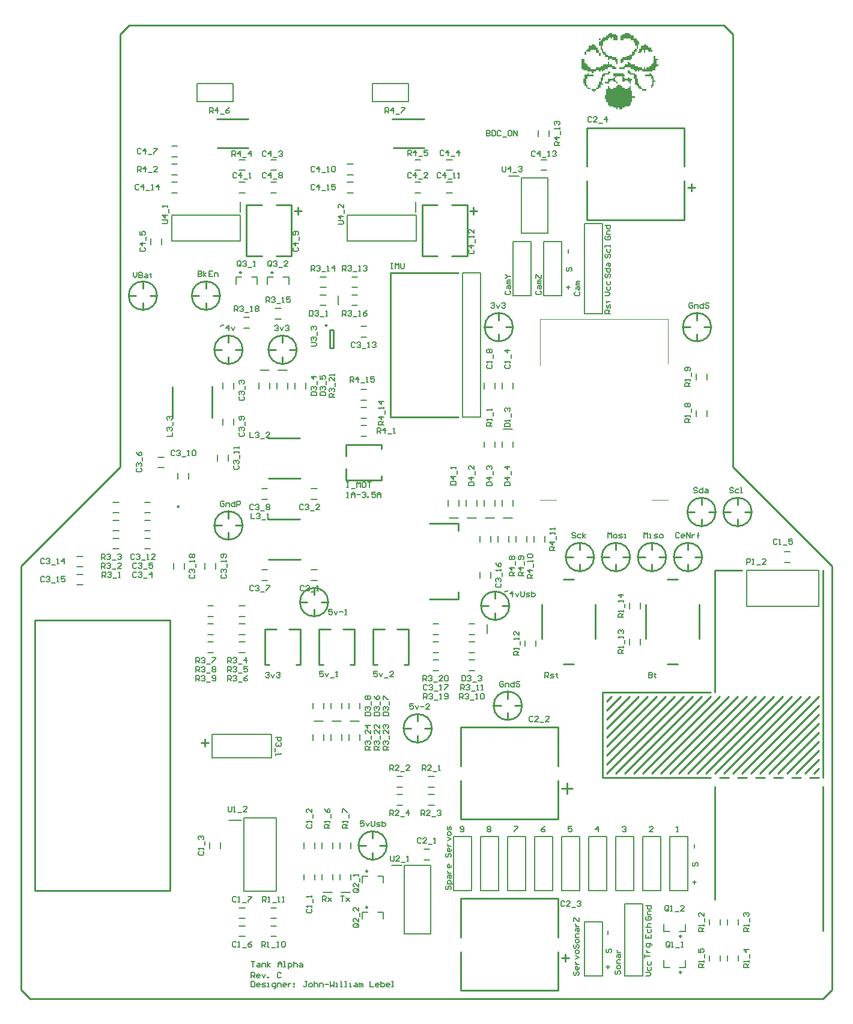
<source format=gto>
G04*
G04 #@! TF.GenerationSoftware,Altium Limited,Altium Designer,20.0.7 (75)*
G04*
G04 Layer_Color=65535*
%FSLAX25Y25*%
%MOIN*%
G70*
G01*
G75*
%ADD10C,0.01000*%
%ADD11C,0.00984*%
%ADD12C,0.00787*%
%ADD13C,0.00394*%
%ADD14C,0.00600*%
%ADD15C,0.00598*%
%ADD16C,0.00500*%
G36*
X502800Y540000D02*
X505200D01*
Y539200D01*
X506000D01*
Y538400D01*
Y537600D01*
Y536800D01*
X503600D01*
Y537600D01*
Y538400D01*
X502800D01*
Y537600D01*
X502000D01*
Y538400D01*
X501200D01*
Y537600D01*
X500400D01*
Y536800D01*
X498800D01*
Y536000D01*
X498000D01*
Y535200D01*
Y534400D01*
Y533600D01*
X497200D01*
Y532800D01*
Y532000D01*
X498000D01*
Y531200D01*
Y530400D01*
X498800D01*
Y529600D01*
X499600D01*
Y528800D01*
X500400D01*
Y528000D01*
X502800D01*
Y527200D01*
X505200D01*
Y526400D01*
X506000D01*
Y525600D01*
Y524800D01*
Y524000D01*
Y523200D01*
X505200D01*
Y524000D01*
Y524800D01*
X504400D01*
Y525600D01*
X502800D01*
Y526400D01*
X501200D01*
Y525600D01*
X500400D01*
Y526400D01*
Y527200D01*
X498800D01*
Y528000D01*
Y528800D01*
X498000D01*
Y529600D01*
X497200D01*
Y530400D01*
Y531200D01*
X496400D01*
Y532000D01*
Y532800D01*
Y533600D01*
X495600D01*
Y534400D01*
Y535200D01*
Y536000D01*
X496400D01*
Y536800D01*
X495600D01*
Y537600D01*
X496400D01*
Y536800D01*
X497200D01*
Y537600D01*
X498000D01*
Y538400D01*
X499600D01*
Y539200D01*
X500400D01*
Y540000D01*
X501200D01*
Y540800D01*
X502800D01*
Y540000D01*
D02*
G37*
G36*
X512400D02*
X513200D01*
Y539200D01*
X514800D01*
Y538400D01*
Y537600D01*
X516400D01*
Y536800D01*
X517200D01*
Y536000D01*
X518000D01*
Y535200D01*
Y534400D01*
X517200D01*
Y533600D01*
Y532800D01*
Y532000D01*
X516400D01*
Y532800D01*
Y533600D01*
X515600D01*
Y534400D01*
Y535200D01*
X514800D01*
Y536000D01*
Y536800D01*
X513200D01*
Y537600D01*
X509200D01*
Y536800D01*
X507600D01*
Y537600D01*
Y538400D01*
Y539200D01*
X508400D01*
Y540000D01*
X510000D01*
Y540800D01*
X512400D01*
Y540000D01*
D02*
G37*
G36*
X522000Y533600D02*
X522800D01*
Y532800D01*
X524400D01*
Y532000D01*
Y531200D01*
X525200D01*
Y530400D01*
X522800D01*
Y531200D01*
X521200D01*
Y530400D01*
Y529600D01*
X520400D01*
Y530400D01*
Y531200D01*
X519600D01*
Y530400D01*
X518800D01*
Y529600D01*
X517200D01*
Y530400D01*
X518000D01*
Y531200D01*
Y532000D01*
X518800D01*
Y532800D01*
Y533600D01*
X520400D01*
Y534400D01*
X522000D01*
Y533600D01*
D02*
G37*
G36*
X488400Y529600D02*
Y528800D01*
X487600D01*
Y529600D01*
Y530400D01*
X488400D01*
Y529600D01*
D02*
G37*
G36*
X493200Y533600D02*
X494000D01*
Y532800D01*
X494800D01*
Y532000D01*
Y531200D01*
X495600D01*
Y530400D01*
Y529600D01*
X496400D01*
Y528800D01*
Y528000D01*
X495600D01*
Y528800D01*
Y529600D01*
X494000D01*
Y530400D01*
Y531200D01*
X490800D01*
Y530400D01*
X488400D01*
Y531200D01*
X489200D01*
Y532000D01*
X490000D01*
Y532800D01*
Y533600D01*
X491600D01*
Y534400D01*
X493200D01*
Y533600D01*
D02*
G37*
G36*
X516400Y531200D02*
Y530400D01*
X515600D01*
Y529600D01*
Y528800D01*
X514800D01*
Y528000D01*
X514000D01*
Y527200D01*
Y526400D01*
X513200D01*
Y525600D01*
X509200D01*
Y524800D01*
X508400D01*
Y524000D01*
X507600D01*
Y524800D01*
Y525600D01*
Y526400D01*
X508400D01*
Y527200D01*
X510800D01*
Y528000D01*
X512400D01*
Y528800D01*
X514000D01*
Y529600D01*
Y530400D01*
X514800D01*
Y531200D01*
X515600D01*
Y532000D01*
X516400D01*
Y531200D01*
D02*
G37*
G36*
X526800Y527200D02*
Y526400D01*
X528400D01*
Y525600D01*
X527600D01*
Y524800D01*
Y524000D01*
Y523200D01*
X528400D01*
Y522400D01*
X527600D01*
Y521600D01*
X526800D01*
Y520800D01*
Y520000D01*
X525200D01*
Y519200D01*
X519600D01*
Y520000D01*
X518000D01*
Y519200D01*
X517200D01*
Y520000D01*
X516400D01*
Y519200D01*
X515600D01*
Y520000D01*
X514800D01*
Y520800D01*
X513200D01*
Y521600D01*
X510000D01*
Y520800D01*
X506800D01*
Y521600D01*
X509200D01*
Y522400D01*
X510000D01*
Y523200D01*
X511600D01*
Y524000D01*
Y524800D01*
X512400D01*
Y524000D01*
X513200D01*
Y523200D01*
X515600D01*
Y522400D01*
X517200D01*
Y521600D01*
X519600D01*
Y520800D01*
X520400D01*
Y521600D01*
X521200D01*
Y520800D01*
X522000D01*
Y521600D01*
X523600D01*
Y522400D01*
X524400D01*
Y523200D01*
X525200D01*
Y524000D01*
X526000D01*
Y524800D01*
Y525600D01*
Y526400D01*
Y527200D01*
Y528000D01*
X526800D01*
Y527200D01*
D02*
G37*
G36*
X487600Y525600D02*
Y524800D01*
Y524000D01*
X488400D01*
Y523200D01*
X489200D01*
Y522400D01*
X490000D01*
Y521600D01*
X490800D01*
Y520800D01*
X494000D01*
Y521600D01*
X496400D01*
Y522400D01*
X498000D01*
Y523200D01*
X500400D01*
Y524000D01*
Y524800D01*
X501200D01*
Y524000D01*
Y523200D01*
X502800D01*
Y522400D01*
X504400D01*
Y521600D01*
X505200D01*
Y520800D01*
X502800D01*
Y521600D01*
X500400D01*
Y520800D01*
X498800D01*
Y520000D01*
X498000D01*
Y519200D01*
X497200D01*
Y520000D01*
X496400D01*
Y519200D01*
X495600D01*
Y520000D01*
X494000D01*
Y519200D01*
X492400D01*
Y518400D01*
X491600D01*
Y519200D01*
X489200D01*
Y520000D01*
X486800D01*
Y520800D01*
X486000D01*
Y521600D01*
Y522400D01*
Y523200D01*
Y524000D01*
Y524800D01*
Y525600D01*
Y526400D01*
X487600D01*
Y525600D01*
D02*
G37*
G36*
X509200Y517600D02*
X510000D01*
Y516800D01*
X509200D01*
Y516000D01*
X510000D01*
Y515200D01*
X511600D01*
Y516000D01*
X512400D01*
Y515200D01*
X514000D01*
Y514400D01*
X513200D01*
Y513600D01*
Y512800D01*
X512400D01*
Y513600D01*
X511600D01*
Y514400D01*
X510000D01*
Y513600D01*
X508400D01*
Y514400D01*
Y515200D01*
Y516000D01*
Y516800D01*
X505200D01*
Y516000D01*
X504400D01*
Y516800D01*
X503600D01*
Y517600D01*
Y518400D01*
X509200D01*
Y517600D01*
D02*
G37*
G36*
X504400Y515200D02*
Y514400D01*
X505200D01*
Y513600D01*
X506000D01*
Y512800D01*
X505200D01*
Y513600D01*
X503600D01*
Y514400D01*
X502000D01*
Y513600D01*
X501200D01*
Y512800D01*
X498800D01*
Y513600D01*
X500400D01*
Y514400D01*
Y515200D01*
X503600D01*
Y516000D01*
X504400D01*
Y515200D01*
D02*
G37*
G36*
X524400Y517600D02*
X525200D01*
Y516800D01*
X526000D01*
Y516000D01*
Y515200D01*
Y514400D01*
X526800D01*
Y513600D01*
X526000D01*
Y512800D01*
Y512000D01*
Y511200D01*
X525200D01*
Y510400D01*
X524400D01*
Y511200D01*
Y512000D01*
X525200D01*
Y512800D01*
Y513600D01*
Y514400D01*
Y515200D01*
X524400D01*
Y516000D01*
Y516800D01*
X521200D01*
Y517600D01*
X523600D01*
Y518400D01*
X524400D01*
Y517600D01*
D02*
G37*
G36*
X507600Y511200D02*
X508400D01*
Y510400D01*
X510000D01*
Y509600D01*
X511600D01*
Y510400D01*
X512400D01*
Y511200D01*
X513200D01*
Y510400D01*
Y509600D01*
Y508800D01*
X514000D01*
Y508000D01*
Y507200D01*
Y506400D01*
Y505600D01*
X515600D01*
Y504800D01*
X514000D01*
Y504000D01*
Y503200D01*
Y502400D01*
X513200D01*
Y501600D01*
Y500800D01*
X512400D01*
Y500000D01*
X510000D01*
Y499200D01*
X508400D01*
Y498400D01*
X506800D01*
Y499200D01*
X506000D01*
Y498400D01*
X505200D01*
Y499200D01*
X503600D01*
Y500000D01*
X501200D01*
Y500800D01*
X500400D01*
Y501600D01*
Y502400D01*
X499600D01*
Y503200D01*
Y504000D01*
X498800D01*
Y504800D01*
Y505600D01*
Y506400D01*
X499600D01*
Y507200D01*
Y508000D01*
Y508800D01*
Y509600D01*
X500400D01*
Y510400D01*
Y511200D01*
X501200D01*
Y510400D01*
X502000D01*
Y509600D01*
X503600D01*
Y510400D01*
X505200D01*
Y511200D01*
X506000D01*
Y512000D01*
X507600D01*
Y511200D01*
D02*
G37*
G36*
X502000Y518400D02*
X501200D01*
Y517600D01*
X498800D01*
Y516800D01*
X498000D01*
Y516000D01*
Y515200D01*
Y514400D01*
X497200D01*
Y513600D01*
Y512800D01*
X498000D01*
Y512000D01*
X496400D01*
Y511200D01*
Y510400D01*
X495600D01*
Y509600D01*
X494000D01*
Y510400D01*
X494800D01*
Y511200D01*
Y512000D01*
X495600D01*
Y512800D01*
Y513600D01*
X496400D01*
Y514400D01*
Y515200D01*
Y516000D01*
X497200D01*
Y516800D01*
Y517600D01*
X498000D01*
Y518400D01*
X500400D01*
Y519200D01*
X502000D01*
Y518400D01*
D02*
G37*
G36*
X490000Y517600D02*
X492400D01*
Y516800D01*
X489200D01*
Y516000D01*
Y515200D01*
X488400D01*
Y514400D01*
Y513600D01*
Y512800D01*
Y512000D01*
X489200D01*
Y511200D01*
Y510400D01*
X490800D01*
Y509600D01*
X489200D01*
Y510400D01*
X488400D01*
Y511200D01*
X487600D01*
Y512000D01*
Y512800D01*
X486800D01*
Y513600D01*
Y514400D01*
Y515200D01*
X487600D01*
Y516000D01*
Y516800D01*
Y517600D01*
X489200D01*
Y518400D01*
X490000D01*
Y517600D01*
D02*
G37*
G36*
X512400Y519200D02*
X513200D01*
Y518400D01*
X515600D01*
Y517600D01*
X516400D01*
Y516800D01*
Y516000D01*
Y515200D01*
X517200D01*
Y514400D01*
Y513600D01*
Y512800D01*
X518000D01*
Y512000D01*
Y511200D01*
X518800D01*
Y510400D01*
X519600D01*
Y509600D01*
X522000D01*
Y508800D01*
X519600D01*
Y509600D01*
X518000D01*
Y510400D01*
X517200D01*
Y511200D01*
X516400D01*
Y512000D01*
X515600D01*
Y512800D01*
Y513600D01*
Y514400D01*
Y515200D01*
X514800D01*
Y516000D01*
Y516800D01*
Y517600D01*
X512400D01*
Y518400D01*
X511600D01*
Y519200D01*
Y520000D01*
X512400D01*
Y519200D01*
D02*
G37*
G36*
X494000Y508800D02*
X493200D01*
Y508000D01*
X492400D01*
Y508800D01*
X491600D01*
Y509600D01*
X494000D01*
Y508800D01*
D02*
G37*
D10*
X327874Y365000D02*
G03*
X327874Y365000I-7874J0D01*
G01*
X377874Y90000D02*
G03*
X377874Y90000I-7874J0D01*
G01*
X297874Y365000D02*
G03*
X297874Y365000I-7874J0D01*
G01*
X557874Y377500D02*
G03*
X557874Y377500I-7874J0D01*
G01*
X447874D02*
G03*
X447874Y377500I-7874J0D01*
G01*
X250374Y395000D02*
G03*
X250374Y395000I-7874J0D01*
G01*
X297874Y267500D02*
G03*
X297874Y267500I-7874J0D01*
G01*
X452874Y167500D02*
G03*
X452874Y167500I-7874J0D01*
G01*
X445874Y223000D02*
G03*
X445874Y223000I-7874J0D01*
G01*
X285374Y395000D02*
G03*
X285374Y395000I-7874J0D01*
G01*
X402874Y155000D02*
G03*
X402874Y155000I-7874J0D01*
G01*
X345374Y225000D02*
G03*
X345374Y225000I-7874J0D01*
G01*
X580374Y275000D02*
G03*
X580374Y275000I-7874J0D01*
G01*
X560374D02*
G03*
X560374Y275000I-7874J0D01*
G01*
X512874Y250000D02*
G03*
X512874Y250000I-7874J0D01*
G01*
X492874D02*
G03*
X492874Y250000I-7874J0D01*
G01*
X552874D02*
G03*
X552874Y250000I-7874J0D01*
G01*
X532874D02*
G03*
X532874Y250000I-7874J0D01*
G01*
X262520Y277972D02*
G03*
X262520Y277972I-394J0D01*
G01*
X320000Y357126D02*
Y361063D01*
X312126Y365000D02*
X316063D01*
X320000Y368937D02*
Y372874D01*
X323937Y365000D02*
X327874D01*
X543000Y466500D02*
Y488000D01*
Y437000D02*
Y458500D01*
X489000Y437000D02*
X543000D01*
X489000D02*
Y458500D01*
Y466500D02*
Y488000D01*
X543000D01*
X401500Y226500D02*
X417500D01*
Y230500D01*
Y264500D02*
Y268500D01*
X401500D02*
X417500D01*
X473000Y134000D02*
Y155500D01*
X478000Y118500D02*
Y124500D01*
X475000Y121500D02*
X481000D01*
X473000Y104500D02*
Y126000D01*
X419000Y104500D02*
X473000D01*
X419000D02*
Y126000D01*
Y134000D02*
Y155500D01*
X473000D01*
Y39000D02*
Y60500D01*
Y9500D02*
Y31000D01*
X419000Y9500D02*
X473000D01*
X419000D02*
Y31000D01*
Y39000D02*
Y60500D01*
X473000D01*
X414000Y445323D02*
X422500D01*
Y416823D02*
Y445323D01*
X414000Y416823D02*
X422500D01*
X397500D02*
X406000D01*
X397500D02*
Y445323D01*
X406000D01*
X316500D02*
X325000D01*
Y416823D02*
Y445323D01*
X316500Y416823D02*
X325000D01*
X300000D02*
X308500D01*
X300000D02*
Y445323D01*
X308500D01*
X493500Y204571D02*
Y223571D01*
X464000Y204571D02*
Y223571D01*
X476000Y190571D02*
X481500D01*
X476000Y237571D02*
X481500D01*
X560000Y175000D02*
Y242500D01*
X615000Y130000D02*
X617500Y132500D01*
X610000Y130000D02*
X617500Y137500D01*
X605000Y130000D02*
X617500Y142500D01*
X600000Y130000D02*
X617500Y147500D01*
X595000Y130000D02*
X617500Y152500D01*
X590000Y130000D02*
X617500Y157500D01*
X585000Y130000D02*
X617500Y162500D01*
X580000Y130000D02*
X617500Y167500D01*
X575000Y130000D02*
X617500Y172500D01*
X570000Y130000D02*
X612500Y172500D01*
X565000Y130000D02*
X607500Y172500D01*
X560000Y130000D02*
X602500Y172500D01*
X555000Y130000D02*
X597500Y172500D01*
X550000Y130000D02*
X592500Y172500D01*
X545000Y130000D02*
X587500Y172500D01*
X540000Y130000D02*
X582500Y172500D01*
X535000Y130000D02*
X577500Y172500D01*
X530000Y130000D02*
X572500Y172500D01*
X525000Y130000D02*
X567500Y172500D01*
X520000Y130000D02*
X562500Y172500D01*
X515000Y130000D02*
X557500Y172500D01*
X510000Y130000D02*
X552500Y172500D01*
X505000Y130000D02*
X547500Y172500D01*
X500000Y130000D02*
X542500Y172500D01*
X500000Y135000D02*
X537500Y172500D01*
X500000Y140000D02*
X532500Y172500D01*
X500000Y145000D02*
X527500Y172500D01*
X500000Y150000D02*
X522500Y172500D01*
X500000Y155000D02*
X517500Y172500D01*
X500000Y160000D02*
X512500Y172500D01*
X500000Y165000D02*
X507500Y172500D01*
X500000Y170000D02*
X502500Y172500D01*
X497500Y175000D02*
X557500D01*
X497500Y127500D02*
Y175000D01*
Y127500D02*
X557500D01*
X370000Y93937D02*
Y97874D01*
X362126Y90000D02*
X366063D01*
X370000Y82126D02*
Y86063D01*
X373937Y90000D02*
X377874D01*
X293937Y365000D02*
X297874D01*
X290000Y368937D02*
Y372874D01*
X282126Y365000D02*
X286063D01*
X290000Y357126D02*
Y361063D01*
X553937Y377500D02*
X557874D01*
X550000Y381437D02*
Y385374D01*
X542126Y377500D02*
X546063D01*
X550000Y369626D02*
Y373563D01*
X443937Y377500D02*
X447874D01*
X440000Y381437D02*
Y385374D01*
X432126Y377500D02*
X436063D01*
X440000Y369626D02*
Y373563D01*
X242500Y398937D02*
Y402874D01*
X234626Y395000D02*
X238563D01*
X242500Y387126D02*
Y391063D01*
X246437Y395000D02*
X250374D01*
X283500Y493000D02*
X301000D01*
X284000Y477000D02*
X301000D01*
X293937Y267500D02*
X297874D01*
X290000Y271437D02*
Y275374D01*
X282126Y267500D02*
X286063D01*
X290000Y259626D02*
Y263563D01*
X448937Y167500D02*
X452874D01*
X445000Y171437D02*
Y175374D01*
X437126Y167500D02*
X441063D01*
X445000Y159626D02*
Y163563D01*
X441937Y223000D02*
X445874D01*
X438000Y226937D02*
Y230874D01*
X430126Y223000D02*
X434063D01*
X438000Y215126D02*
Y219063D01*
X281437Y395000D02*
X285374D01*
X277500Y398937D02*
Y402874D01*
X269626Y395000D02*
X273563D01*
X277500Y387126D02*
Y391063D01*
X398937Y155000D02*
X402874D01*
X395000Y158937D02*
Y162874D01*
X387126Y155000D02*
X391063D01*
X395000Y147126D02*
Y151063D01*
X341437Y225000D02*
X345374D01*
X337500Y228937D02*
Y232874D01*
X329626Y225000D02*
X333563D01*
X337500Y217126D02*
Y221063D01*
X576437Y275000D02*
X580374D01*
X572500Y278937D02*
Y282874D01*
X564626Y275000D02*
X568563D01*
X572500Y267126D02*
Y271063D01*
X556437Y275000D02*
X560374D01*
X552500Y278937D02*
Y282874D01*
X544626Y275000D02*
X548563D01*
X552500Y267126D02*
Y271063D01*
X508937Y250000D02*
X512874D01*
X505000Y253937D02*
Y257874D01*
X497126Y250000D02*
X501063D01*
X505000Y242126D02*
Y246063D01*
X488937Y250000D02*
X492874D01*
X485000Y253937D02*
Y257874D01*
X477126Y250000D02*
X481063D01*
X485000Y242126D02*
Y246063D01*
X548937Y250000D02*
X552874D01*
X545000Y253937D02*
Y257874D01*
X537126Y250000D02*
X541063D01*
X545000Y242126D02*
Y246063D01*
X528937Y250000D02*
X532874D01*
X525000Y253937D02*
Y257874D01*
X517126Y250000D02*
X521063D01*
X525000Y242126D02*
Y246063D01*
X381500Y477000D02*
X398500D01*
X381000Y493000D02*
X398500D01*
X355157Y292657D02*
Y299000D01*
Y306000D02*
Y312343D01*
X374843Y292657D02*
Y295000D01*
Y310000D02*
Y312343D01*
X355157Y292657D02*
X374843D01*
X355157Y312343D02*
X374843D01*
X310157Y209842D02*
X316500D01*
X323500D02*
X329843D01*
X310157Y190157D02*
X312500D01*
X327500D02*
X329843D01*
X310157D02*
Y209842D01*
X329843Y190157D02*
Y209842D01*
X612500Y127500D02*
X617500D01*
X602500D02*
X607500D01*
X592500D02*
X597500D01*
X582500D02*
X587500D01*
X572500D02*
X577500D01*
X562500D02*
X567500D01*
X560000Y60000D02*
Y122500D01*
X620000Y42500D02*
Y122500D01*
X380000Y407500D02*
X417500D01*
X380000Y327500D02*
Y407500D01*
Y327500D02*
X382500D01*
X417500D01*
X560000Y242500D02*
X575000D01*
X620000Y127500D02*
Y242500D01*
X533716Y190500D02*
X539217D01*
X533716Y237500D02*
X539217D01*
X551217Y204500D02*
Y223500D01*
X521716Y204500D02*
Y223500D01*
X346236Y373500D02*
Y376000D01*
Y366000D02*
Y368500D01*
Y373500D01*
Y376000D02*
X348236D01*
Y366000D02*
Y376000D01*
X346236Y366000D02*
X348236D01*
X370158Y209842D02*
X376500D01*
X383500D02*
X389843D01*
X370158Y190157D02*
X372500D01*
X387500D02*
X389843D01*
X370158D02*
Y209842D01*
X389843Y190157D02*
Y209842D01*
X340158D02*
X346500D01*
X353500D02*
X359843D01*
X340158Y190157D02*
X342500D01*
X357500D02*
X359843D01*
X340158D02*
Y209842D01*
X359843Y190157D02*
Y209842D01*
X281055Y327164D02*
Y344664D01*
X258752Y326929D02*
Y344429D01*
X312000Y271000D02*
X329500D01*
X312235Y248697D02*
X329735D01*
X312000Y316000D02*
X329500D01*
X312235Y293697D02*
X329735D01*
X275000Y147000D02*
X279000D01*
X277000Y145000D02*
Y149000D01*
X257500Y65000D02*
Y215000D01*
X182500Y65000D02*
X257500D01*
X182500D02*
Y215000D01*
X257500D01*
X549000Y455001D02*
X545001D01*
X547001Y453001D02*
Y457000D01*
X479000Y27501D02*
X475001D01*
X477001Y25501D02*
Y29500D01*
X425999Y443823D02*
Y439824D01*
X427999Y441823D02*
X424000D01*
X328499Y443823D02*
Y439824D01*
X330499Y441823D02*
X326500D01*
X625000Y245000D02*
X625000Y10000D01*
X620000Y5000D02*
X625000Y10000D01*
X570000Y300000D02*
X625000Y245000D01*
X180000Y5000D02*
X620000D01*
X175000Y10000D02*
X180000Y5000D01*
X175000Y10000D02*
Y15000D01*
X175000D02*
X175000D01*
X175000D02*
Y245000D01*
X230000Y300000D01*
Y540000D02*
X235000Y545000D01*
X230000Y300000D02*
Y540000D01*
X570000Y300000D02*
Y540000D01*
X565000Y545000D02*
X570000Y540000D01*
X235000Y545000D02*
X565000D01*
D11*
X367146Y55689D02*
G03*
X367146Y55689I-492J0D01*
G01*
Y75689D02*
G03*
X367146Y75689I-492J0D01*
G01*
X314646Y407815D02*
G03*
X314646Y407815I-492J0D01*
G01*
X541339Y19685D02*
G03*
X541339Y19685I-492J0D01*
G01*
Y39685D02*
G03*
X541339Y39685I-492J0D01*
G01*
X297146Y407815D02*
G03*
X297146Y407815I-492J0D01*
G01*
X344728Y378500D02*
G03*
X344728Y378500I-492J0D01*
G01*
D12*
X487500Y385000D02*
X497500D01*
X487500D02*
Y435000D01*
X497500Y385000D02*
Y435000D01*
X487500D02*
X497500D01*
X393898Y441161D02*
Y446969D01*
X355906Y439783D02*
X394094D01*
X355906Y425216D02*
Y439783D01*
Y425216D02*
X394094D01*
Y439783D01*
X363425Y342953D02*
X366575D01*
X363425Y337047D02*
X366575D01*
X296595Y425216D02*
Y439783D01*
X258405Y425216D02*
X296595D01*
X258405D02*
Y439783D01*
X296595D01*
X296398Y441161D02*
Y446969D01*
X250925Y305453D02*
X254075D01*
X250925Y299547D02*
X254075D01*
X313425Y457953D02*
X316575D01*
X313425Y452047D02*
X316575D01*
X295925Y452047D02*
X299075D01*
X295925Y457953D02*
X299075D01*
X410925Y464547D02*
X414075D01*
X410925Y470453D02*
X414075D01*
X432047Y343425D02*
Y346575D01*
X437953Y343425D02*
Y346575D01*
X400925Y112421D02*
X404075D01*
X400925Y118327D02*
X404075D01*
X400925Y122421D02*
X404075D01*
X400925Y128327D02*
X404075D01*
X383425Y112421D02*
X386575D01*
X383425Y118327D02*
X386575D01*
X383425Y122421D02*
X386575D01*
X383425Y128327D02*
X386575D01*
X364094Y49193D02*
Y53130D01*
X367244D01*
X375905Y49193D02*
Y53130D01*
X372756D02*
X375905D01*
X364094Y69193D02*
Y73130D01*
X367244D01*
X375905Y69193D02*
Y73130D01*
X372756D02*
X375905D01*
X380532Y78898D02*
X386339D01*
X387717Y40905D02*
Y79094D01*
Y40905D02*
X402283D01*
Y79094D01*
X387717D02*
X402283D01*
X363425Y332953D02*
X366575D01*
X363425Y327047D02*
X366575D01*
X311595Y401319D02*
Y405256D01*
X314744D01*
X323406Y401319D02*
Y405256D01*
X320256D02*
X323406D01*
X313425Y464547D02*
X316575D01*
X313425Y470453D02*
X316575D01*
X258425Y477953D02*
X261575D01*
X258425Y472047D02*
X261575D01*
X258425Y467953D02*
X261575D01*
X258425Y462047D02*
X261575D01*
X258425Y457953D02*
X261575D01*
X258425Y452047D02*
X261575D01*
X272500Y502500D02*
X292500D01*
Y512500D01*
X272500D02*
X292500D01*
X272500Y502500D02*
Y512500D01*
X252953Y423425D02*
Y426575D01*
X247047Y423425D02*
Y426575D01*
X295925Y464547D02*
X299075D01*
X295925Y470453D02*
X299075D01*
X410925Y457953D02*
X414075D01*
X410925Y452047D02*
X414075D01*
X355925Y462047D02*
X359075D01*
X355925Y467953D02*
X359075D01*
X393425Y470453D02*
X396575D01*
X393425Y464547D02*
X396575D01*
X393425Y452047D02*
X396575D01*
X393425Y457953D02*
X396575D01*
X363425Y322953D02*
X366575D01*
X363425Y317047D02*
X366575D01*
X355925Y452047D02*
X359075D01*
X355925Y457953D02*
X359075D01*
X465453Y258425D02*
Y261575D01*
X459547Y258425D02*
Y261575D01*
X455453Y258425D02*
Y261575D01*
X449547Y258425D02*
Y261575D01*
X445453Y258425D02*
Y261575D01*
X439547Y258425D02*
Y261575D01*
X435453Y258425D02*
Y261575D01*
X429547Y258425D02*
Y261575D01*
X447953Y278425D02*
Y281575D01*
X442047Y278425D02*
Y281575D01*
X442500Y271500D02*
X447500D01*
X437953Y278425D02*
Y281575D01*
X432047Y278425D02*
Y281575D01*
X432500Y271500D02*
X437500D01*
X427953Y278425D02*
Y281575D01*
X422047Y278425D02*
Y281575D01*
X422500Y271500D02*
X427500D01*
X417953Y278425D02*
Y281575D01*
X412047Y278425D02*
Y281575D01*
X412500Y271500D02*
X417500D01*
X463425Y464547D02*
X466575D01*
X463425Y470453D02*
X466575D01*
X452716Y460354D02*
X467283D01*
Y429646D02*
Y460354D01*
X452716Y429646D02*
X467283D01*
X452716D02*
Y460354D01*
X445532Y461339D02*
X451339D01*
X462047Y483425D02*
Y486575D01*
X467953Y483425D02*
Y486575D01*
X577500Y242500D02*
X617500D01*
X577500Y222500D02*
X617500D01*
Y242500D01*
X577500Y222500D02*
Y242500D01*
X497500Y17500D02*
Y47500D01*
X487500D02*
X497500D01*
X487500Y17500D02*
Y47500D01*
Y17500D02*
X497500D01*
X398425Y82047D02*
X401575D01*
X398425Y87953D02*
X401575D01*
X598425Y252953D02*
X601575D01*
X598425Y247047D02*
X601575D01*
X555453Y328110D02*
Y331260D01*
X549547Y328110D02*
Y331260D01*
X555453Y348425D02*
Y351575D01*
X549547Y348425D02*
Y351575D01*
X562953Y45925D02*
Y49075D01*
X557047Y45925D02*
Y49075D01*
X567047Y45925D02*
Y49075D01*
X572953Y45925D02*
Y49075D01*
X557047Y25925D02*
Y29075D01*
X562953Y25925D02*
Y29075D01*
X572953Y25925D02*
Y29075D01*
X567047Y25925D02*
Y29075D01*
X531595Y22244D02*
X534744D01*
X531595D02*
Y26181D01*
X540256Y22244D02*
X543405D01*
Y26181D01*
X531595Y42244D02*
X534744D01*
X531595D02*
Y46181D01*
X540256Y42244D02*
X543405D01*
Y46181D01*
X442047Y343425D02*
Y346575D01*
X447953Y343425D02*
Y346575D01*
X332047Y88425D02*
Y91575D01*
X337953Y88425D02*
Y91575D01*
X332047Y70925D02*
Y74075D01*
X337953Y70925D02*
Y74075D01*
X298445Y105228D02*
X316555D01*
Y64772D02*
Y105228D01*
X298445Y64772D02*
X316555D01*
X298445D02*
Y105228D01*
X290374Y103898D02*
X297067D01*
X285453Y88425D02*
Y91575D01*
X279547Y88425D02*
Y91575D01*
X295925Y49547D02*
X299075D01*
X295925Y55453D02*
X299075D01*
X295925Y45453D02*
X299075D01*
X295925Y39547D02*
X299075D01*
X313425Y39547D02*
X316575D01*
X313425Y45453D02*
X316575D01*
X313425Y49547D02*
X316575D01*
X313425Y55453D02*
X316575D01*
X342047Y88425D02*
Y91575D01*
X347953Y88425D02*
Y91575D01*
X352047Y88425D02*
Y91575D01*
X357953Y88425D02*
Y91575D01*
X347953Y70925D02*
Y74075D01*
X342047Y70925D02*
Y74075D01*
X342500Y64000D02*
X347500D01*
X518453Y221425D02*
Y224575D01*
X512547Y221425D02*
Y224575D01*
X442047Y310925D02*
Y314075D01*
X447953Y310925D02*
Y314075D01*
X442500Y321000D02*
X447500D01*
X437953Y310925D02*
Y314075D01*
X432047Y310925D02*
Y314075D01*
X518453Y201425D02*
Y204575D01*
X512547Y201425D02*
Y204575D01*
X454547Y200610D02*
Y203760D01*
X460453Y200610D02*
Y203760D01*
X510000Y57500D02*
X520000D01*
Y17500D02*
Y57500D01*
X510000Y17500D02*
Y57500D01*
Y17500D02*
X520000D01*
X357953Y70925D02*
Y74075D01*
X352047Y70925D02*
Y74075D01*
X352500Y64000D02*
X357500D01*
X435453Y238425D02*
Y241575D01*
X429547Y238425D02*
Y241575D01*
X403425Y197047D02*
X406575D01*
X403425Y202953D02*
X406575D01*
X205925Y240453D02*
X209075D01*
X205925Y234547D02*
X209075D01*
X205925Y250453D02*
X209075D01*
X205925Y244547D02*
X209075D01*
X423425Y212953D02*
X426575D01*
X423425Y207047D02*
X426575D01*
X433500Y207500D02*
Y212500D01*
X423425Y187047D02*
X426575D01*
X423425Y192953D02*
X426575D01*
X423425Y202953D02*
X426575D01*
X423425Y197047D02*
X426575D01*
X403425Y192953D02*
X406575D01*
X403425Y187047D02*
X406575D01*
X403425Y207047D02*
X406575D01*
X403425Y212953D02*
X406575D01*
X332953Y343425D02*
Y346575D01*
X327047Y343425D02*
Y346575D01*
X317047Y343425D02*
Y346575D01*
X322953Y343425D02*
Y346575D01*
X317500Y353500D02*
X322500D01*
X307047Y343425D02*
Y346575D01*
X312953Y343425D02*
Y346575D01*
X307500Y353500D02*
X312500D01*
X363425Y372047D02*
X366575D01*
X363425Y377953D02*
X366575D01*
X298425Y377047D02*
X301575D01*
X298425Y382953D02*
X301575D01*
X302756Y405256D02*
X305906D01*
Y401319D02*
Y405256D01*
X294094D02*
X297244D01*
X294094Y401319D02*
Y405256D01*
X315925Y387953D02*
X319075D01*
X315925Y382047D02*
X319075D01*
X340925Y395453D02*
X344075D01*
X340925Y389547D02*
X344075D01*
X351000Y390000D02*
Y395000D01*
X358425Y395453D02*
X361575D01*
X358425Y389547D02*
X361575D01*
X358425Y405453D02*
X361575D01*
X358425Y399547D02*
X361575D01*
X340925Y405453D02*
X344075D01*
X340925Y399547D02*
X344075D01*
X362953Y148425D02*
Y151575D01*
X357047Y148425D02*
Y151575D01*
X342953Y148425D02*
Y151575D01*
X337047Y148425D02*
Y151575D01*
X352953Y148425D02*
Y151575D01*
X347047Y148425D02*
Y151575D01*
X352953Y165925D02*
Y169075D01*
X347047Y165925D02*
Y169075D01*
X347500Y159000D02*
X352500D01*
X362953Y165925D02*
Y169075D01*
X357047Y165925D02*
Y169075D01*
X357500Y159000D02*
X362500D01*
X342953Y165925D02*
Y169075D01*
X337047Y165925D02*
Y169075D01*
X337500Y159000D02*
X342500D01*
X243425Y280453D02*
X246575D01*
X243425Y274547D02*
X246575D01*
X295925Y222953D02*
X299075D01*
X295925Y217047D02*
X299075D01*
X295925Y212953D02*
X299075D01*
X295925Y207047D02*
X299075D01*
X295925Y197047D02*
X299075D01*
X295925Y202953D02*
X299075D01*
X289952Y303425D02*
Y306575D01*
X284047Y303425D02*
Y306575D01*
X278425Y197047D02*
X281575D01*
X278425Y202953D02*
X281575D01*
X278425Y212953D02*
X281575D01*
X278425Y207047D02*
X281575D01*
X278425Y222953D02*
X281575D01*
X278425Y217047D02*
X281575D01*
X225925Y264547D02*
X229075D01*
X225925Y270453D02*
X229075D01*
X225925Y280453D02*
X229075D01*
X225925Y274547D02*
X229075D01*
X225925Y254547D02*
X229075D01*
X225925Y260453D02*
X229075D01*
X243425Y270453D02*
X246575D01*
X243425Y264547D02*
X246575D01*
X243425Y260453D02*
X246575D01*
X243425Y254547D02*
X246575D01*
X287047Y343425D02*
Y346575D01*
X292953Y343425D02*
Y346575D01*
X308425Y287953D02*
X311575D01*
X308425Y282047D02*
X311575D01*
X308425Y242953D02*
X311575D01*
X308425Y237047D02*
X311575D01*
X292953Y323425D02*
Y326575D01*
X287047Y323425D02*
Y326575D01*
X335925Y242953D02*
X339075D01*
X335925Y237047D02*
X339075D01*
X335925Y287953D02*
X339075D01*
X335925Y282047D02*
X339075D01*
X267953Y293425D02*
Y296575D01*
X262047Y293425D02*
Y296575D01*
X281000Y151500D02*
X314000D01*
X281000Y138500D02*
Y151500D01*
Y138500D02*
X314000D01*
Y151500D01*
X277047Y243425D02*
Y246575D01*
X282953Y243425D02*
Y246575D01*
X259547Y243425D02*
Y246575D01*
X265453Y243425D02*
Y246575D01*
X475000Y395000D02*
Y425000D01*
X465000D02*
X475000D01*
X465000Y395000D02*
Y425000D01*
Y395000D02*
X475000D01*
X545000Y65000D02*
Y95000D01*
X535000D02*
X545000D01*
X535000Y65000D02*
Y95000D01*
Y65000D02*
X545000D01*
X458000Y395000D02*
Y425000D01*
X448000D02*
X458000D01*
X448000Y395000D02*
Y425000D01*
Y395000D02*
X458000D01*
X515000Y65000D02*
Y95000D01*
X505000D02*
X515000D01*
X505000Y65000D02*
Y95000D01*
Y65000D02*
X515000D01*
X530000D02*
Y95000D01*
X520000D02*
X530000D01*
X520000Y65000D02*
Y95000D01*
Y65000D02*
X530000D01*
X485000D02*
Y95000D01*
X475000D02*
X485000D01*
X475000Y65000D02*
Y95000D01*
Y65000D02*
X485000D01*
X500000D02*
Y95000D01*
X490000D02*
X500000D01*
X490000Y65000D02*
Y95000D01*
Y65000D02*
X500000D01*
X455000D02*
Y95000D01*
X445000D02*
X455000D01*
X445000Y65000D02*
Y95000D01*
Y65000D02*
X455000D01*
X470000D02*
Y95000D01*
X460000D02*
X470000D01*
X460000Y65000D02*
Y95000D01*
Y65000D02*
X470000D01*
X420000Y407500D02*
X430000D01*
Y327500D02*
Y407500D01*
X420000Y327500D02*
X430000D01*
X420000D02*
Y407500D01*
X425000Y65000D02*
Y95000D01*
X415000D02*
X425000D01*
X415000Y65000D02*
Y95000D01*
Y65000D02*
X425000D01*
X440000D02*
Y95000D01*
X430000D02*
X440000D01*
X430000Y65000D02*
Y95000D01*
Y65000D02*
X440000D01*
X370000Y502500D02*
Y512500D01*
X390000D01*
Y502500D02*
Y512500D01*
X370000Y502500D02*
X390000D01*
D13*
X463031Y281594D02*
X471890D01*
X463031D02*
X471890D01*
X525039D02*
X533898D01*
X525039D02*
X533898D01*
Y357382D02*
Y381988D01*
Y357382D02*
Y381988D01*
X463031D02*
X533898D01*
X463031D02*
X533898D01*
X463031Y356398D02*
Y381988D01*
Y356398D02*
Y381988D01*
D14*
X355600Y291638D02*
X356600D01*
X356100D01*
Y288639D01*
X355600D01*
X356600D01*
X358099Y288139D02*
X360099D01*
X361098Y288639D02*
Y291638D01*
X362098Y290638D01*
X363098Y291638D01*
Y288639D01*
X365597Y291638D02*
X364597D01*
X364097Y291138D01*
Y289139D01*
X364597Y288639D01*
X365597D01*
X366097Y289139D01*
Y291138D01*
X365597Y291638D01*
X367096D02*
X369096D01*
X368096D01*
Y288639D01*
X355600Y283100D02*
X356600D01*
X356100D01*
Y286099D01*
X355600Y285599D01*
X358099Y283100D02*
Y285099D01*
X359099Y286099D01*
X360099Y285099D01*
Y283100D01*
Y284599D01*
X358099D01*
X361098D02*
X363098D01*
X364097Y285599D02*
X364597Y286099D01*
X365597D01*
X366097Y285599D01*
Y285099D01*
X365597Y284599D01*
X365097D01*
X365597D01*
X366097Y284100D01*
Y283600D01*
X365597Y283100D01*
X364597D01*
X364097Y283600D01*
X367096Y283100D02*
Y283600D01*
X367596D01*
Y283100D01*
X367096D01*
X371595Y286099D02*
X369596D01*
Y284599D01*
X370595Y285099D01*
X371095D01*
X371595Y284599D01*
Y283600D01*
X371095Y283100D01*
X370095D01*
X369596Y283600D01*
X372594Y283100D02*
Y285099D01*
X373594Y286099D01*
X374594Y285099D01*
Y283100D01*
Y284599D01*
X372594D01*
X433100Y486599D02*
Y483600D01*
X434599D01*
X435099Y484100D01*
Y484599D01*
X434599Y485099D01*
X433100D01*
X434599D01*
X435099Y485599D01*
Y486099D01*
X434599Y486599D01*
X433100D01*
X436099D02*
Y483600D01*
X437599D01*
X438098Y484100D01*
Y486099D01*
X437599Y486599D01*
X436099D01*
X441097Y486099D02*
X440598Y486599D01*
X439598D01*
X439098Y486099D01*
Y484100D01*
X439598Y483600D01*
X440598D01*
X441097Y484100D01*
X442097Y483100D02*
X444096D01*
X446596Y486599D02*
X445596D01*
X445096Y486099D01*
Y484100D01*
X445596Y483600D01*
X446596D01*
X447095Y484100D01*
Y486099D01*
X446596Y486599D01*
X448095Y483600D02*
Y486599D01*
X450095Y483600D01*
Y486599D01*
X501900Y385100D02*
X498901D01*
Y386599D01*
X499401Y387099D01*
X500400D01*
X500900Y386599D01*
Y385100D01*
Y386100D02*
X501900Y387099D01*
Y388099D02*
Y389598D01*
X501400Y390098D01*
X500900Y389598D01*
Y388599D01*
X500400Y388099D01*
X499901Y388599D01*
Y390098D01*
X499401Y391598D02*
X499901D01*
Y391098D01*
Y392098D01*
Y391598D01*
X501400D01*
X501900Y392098D01*
X365099Y103599D02*
X363100D01*
Y102100D01*
X364100Y102599D01*
X364599D01*
X365099Y102100D01*
Y101100D01*
X364599Y100600D01*
X363600D01*
X363100Y101100D01*
X366099Y102599D02*
X367099Y100600D01*
X368098Y102599D01*
X369098Y103599D02*
Y101100D01*
X369598Y100600D01*
X370598D01*
X371097Y101100D01*
Y103599D01*
X372097Y100600D02*
X373597D01*
X374096Y101100D01*
X373597Y101600D01*
X372597D01*
X372097Y102100D01*
X372597Y102599D01*
X374096D01*
X375096Y103599D02*
Y100600D01*
X376596D01*
X377096Y101100D01*
Y101600D01*
Y102100D01*
X376596Y102599D01*
X375096D01*
X237250Y407939D02*
Y405939D01*
X238250Y404940D01*
X239250Y405939D01*
Y407939D01*
X240249D02*
Y404940D01*
X241749D01*
X242249Y405440D01*
Y405939D01*
X241749Y406439D01*
X240249D01*
X241749D01*
X242249Y406939D01*
Y407439D01*
X241749Y407939D01*
X240249D01*
X243748Y406939D02*
X244748D01*
X245248Y406439D01*
Y404940D01*
X243748D01*
X243248Y405440D01*
X243748Y405939D01*
X245248D01*
X246747Y407439D02*
Y406939D01*
X246247D01*
X247247D01*
X246747D01*
Y405440D01*
X247247Y404940D01*
X435600Y390599D02*
X436100Y391099D01*
X437100D01*
X437599Y390599D01*
Y390099D01*
X437100Y389599D01*
X436600D01*
X437100D01*
X437599Y389100D01*
Y388600D01*
X437100Y388100D01*
X436100D01*
X435600Y388600D01*
X438599Y390099D02*
X439599Y388100D01*
X440598Y390099D01*
X441598Y390599D02*
X442098Y391099D01*
X443098D01*
X443597Y390599D01*
Y390099D01*
X443098Y389599D01*
X442598D01*
X443098D01*
X443597Y389100D01*
Y388600D01*
X443098Y388100D01*
X442098D01*
X441598Y388600D01*
X547599Y390599D02*
X547099Y391099D01*
X546100D01*
X545600Y390599D01*
Y388600D01*
X546100Y388100D01*
X547099D01*
X547599Y388600D01*
Y389599D01*
X546600D01*
X548599Y388100D02*
Y390099D01*
X550099D01*
X550598Y389599D01*
Y388100D01*
X553597Y391099D02*
Y388100D01*
X552098D01*
X551598Y388600D01*
Y389599D01*
X552098Y390099D01*
X553597D01*
X556596Y390599D02*
X556097Y391099D01*
X555097D01*
X554597Y390599D01*
Y390099D01*
X555097Y389599D01*
X556097D01*
X556596Y389100D01*
Y388600D01*
X556097Y388100D01*
X555097D01*
X554597Y388600D01*
X287599Y280599D02*
X287100Y281099D01*
X286100D01*
X285600Y280599D01*
Y278600D01*
X286100Y278100D01*
X287100D01*
X287599Y278600D01*
Y279599D01*
X286600D01*
X288599Y278100D02*
Y280099D01*
X290099D01*
X290598Y279599D01*
Y278100D01*
X293597Y281099D02*
Y278100D01*
X292098D01*
X291598Y278600D01*
Y279599D01*
X292098Y280099D01*
X293597D01*
X294597Y278100D02*
Y281099D01*
X296097D01*
X296596Y280599D01*
Y279599D01*
X296097Y279100D01*
X294597D01*
X442599Y180599D02*
X442100Y181099D01*
X441100D01*
X440600Y180599D01*
Y178600D01*
X441100Y178100D01*
X442100D01*
X442599Y178600D01*
Y179599D01*
X441600D01*
X443599Y178100D02*
Y180099D01*
X445098D01*
X445598Y179599D01*
Y178100D01*
X448597Y181099D02*
Y178100D01*
X447098D01*
X446598Y178600D01*
Y179599D01*
X447098Y180099D01*
X448597D01*
X451596Y180599D02*
X451097Y181099D01*
X450097D01*
X449597Y180599D01*
Y180099D01*
X450097Y179599D01*
X451097D01*
X451596Y179100D01*
Y178600D01*
X451097Y178100D01*
X450097D01*
X449597Y178600D01*
X500600Y260600D02*
Y263599D01*
X501600Y262599D01*
X502599Y263599D01*
Y260600D01*
X504099D02*
X505098D01*
X505598Y261100D01*
Y262100D01*
X505098Y262599D01*
X504099D01*
X503599Y262100D01*
Y261100D01*
X504099Y260600D01*
X506598D02*
X508098D01*
X508597Y261100D01*
X508098Y261600D01*
X507098D01*
X506598Y262100D01*
X507098Y262599D01*
X508597D01*
X509597Y260600D02*
X510597D01*
X510097D01*
Y262599D01*
X509597D01*
X482599Y263099D02*
X482099Y263599D01*
X481100D01*
X480600Y263099D01*
Y262599D01*
X481100Y262100D01*
X482099D01*
X482599Y261600D01*
Y261100D01*
X482099Y260600D01*
X481100D01*
X480600Y261100D01*
X485598Y262599D02*
X484099D01*
X483599Y262100D01*
Y261100D01*
X484099Y260600D01*
X485598D01*
X486598D02*
Y263599D01*
Y261600D02*
X488098Y262599D01*
X486598Y261600D02*
X488098Y260600D01*
X540099Y263099D02*
X539600Y263599D01*
X538600D01*
X538100Y263099D01*
Y261100D01*
X538600Y260600D01*
X539600D01*
X540099Y261100D01*
X542598Y260600D02*
X541599D01*
X541099Y261100D01*
Y262100D01*
X541599Y262599D01*
X542598D01*
X543098Y262100D01*
Y261600D01*
X541099D01*
X544098Y260600D02*
Y263599D01*
X546097Y260600D01*
Y263599D01*
X547097Y262599D02*
Y260600D01*
Y261600D01*
X547597Y262100D01*
X548097Y262599D01*
X548597D01*
X550596Y260600D02*
Y263099D01*
Y262100D01*
X550096D01*
X551096D01*
X550596D01*
Y263099D01*
X551096Y263599D01*
X520600Y260600D02*
Y263599D01*
X521600Y262599D01*
X522599Y263599D01*
Y260600D01*
X523599D02*
X524599D01*
X524099D01*
Y262599D01*
X523599D01*
X526098Y260600D02*
X527598D01*
X528098Y261100D01*
X527598Y261600D01*
X526598D01*
X526098Y262100D01*
X526598Y262599D01*
X528098D01*
X529597Y260600D02*
X530597D01*
X531097Y261100D01*
Y262100D01*
X530597Y262599D01*
X529597D01*
X529097Y262100D01*
Y261100D01*
X529597Y260600D01*
X570099Y288099D02*
X569599Y288599D01*
X568600D01*
X568100Y288099D01*
Y287599D01*
X568600Y287100D01*
X569599D01*
X570099Y286600D01*
Y286100D01*
X569599Y285600D01*
X568600D01*
X568100Y286100D01*
X573098Y287599D02*
X571599D01*
X571099Y287100D01*
Y286100D01*
X571599Y285600D01*
X573098D01*
X574098D02*
X575098D01*
X574598D01*
Y288599D01*
X574098D01*
X550099Y288099D02*
X549600Y288599D01*
X548600D01*
X548100Y288099D01*
Y287599D01*
X548600Y287100D01*
X549600D01*
X550099Y286600D01*
Y286100D01*
X549600Y285600D01*
X548600D01*
X548100Y286100D01*
X553098Y288599D02*
Y285600D01*
X551599D01*
X551099Y286100D01*
Y287100D01*
X551599Y287599D01*
X553098D01*
X554598D02*
X555598D01*
X556097Y287100D01*
Y285600D01*
X554598D01*
X554098Y286100D01*
X554598Y286600D01*
X556097D01*
X443100Y230599D02*
X443600Y231099D01*
X444599D01*
X445099Y231599D01*
X447599Y228100D02*
Y231099D01*
X446099Y229599D01*
X448098D01*
X449098Y230099D02*
X450098Y228100D01*
X451097Y230099D01*
X452097Y231099D02*
Y228600D01*
X452597Y228100D01*
X453597D01*
X454096Y228600D01*
Y231099D01*
X455096Y228100D02*
X456596D01*
X457095Y228600D01*
X456596Y229100D01*
X455596D01*
X455096Y229599D01*
X455596Y230099D01*
X457095D01*
X458095Y231099D02*
Y228100D01*
X459595D01*
X460094Y228600D01*
Y229100D01*
Y229599D01*
X459595Y230099D01*
X458095D01*
X273100Y408599D02*
Y405600D01*
X274600D01*
X275099Y406100D01*
Y406600D01*
X274600Y407099D01*
X273100D01*
X274600D01*
X275099Y407599D01*
Y408099D01*
X274600Y408599D01*
X273100D01*
X276099Y405600D02*
Y408599D01*
Y406600D02*
X277599Y407599D01*
X276099Y406600D02*
X277599Y405600D01*
X281097Y408599D02*
X279098D01*
Y405600D01*
X281097D01*
X279098Y407099D02*
X280098D01*
X282097Y405600D02*
Y407599D01*
X283597D01*
X284096Y407099D01*
Y405600D01*
X392599Y168599D02*
X390600D01*
Y167099D01*
X391600Y167599D01*
X392099D01*
X392599Y167099D01*
Y166100D01*
X392099Y165600D01*
X391100D01*
X390600Y166100D01*
X393599Y167599D02*
X394599Y165600D01*
X395598Y167599D01*
X396598Y167099D02*
X398597D01*
X401596Y165600D02*
X399597D01*
X401596Y167599D01*
Y168099D01*
X401097Y168599D01*
X400097D01*
X399597Y168099D01*
X347599Y221099D02*
X345600D01*
Y219600D01*
X346600Y220099D01*
X347099D01*
X347599Y219600D01*
Y218600D01*
X347099Y218100D01*
X346100D01*
X345600Y218600D01*
X348599Y220099D02*
X349599Y218100D01*
X350598Y220099D01*
X351598Y219600D02*
X353597D01*
X354597Y218100D02*
X355597D01*
X355097D01*
Y221099D01*
X354597Y220599D01*
X285600Y378099D02*
X286100Y378599D01*
X287100D01*
X287599Y379099D01*
X290099Y375600D02*
Y378599D01*
X288599Y377099D01*
X290598D01*
X291598Y377599D02*
X292598Y375600D01*
X293597Y377599D01*
X315600Y378099D02*
X316100Y378599D01*
X317099D01*
X317599Y378099D01*
Y377599D01*
X317099Y377099D01*
X316600D01*
X317099D01*
X317599Y376600D01*
Y376100D01*
X317099Y375600D01*
X316100D01*
X315600Y376100D01*
X318599Y377599D02*
X319599Y375600D01*
X320598Y377599D01*
X321598Y378099D02*
X322098Y378599D01*
X323098D01*
X323597Y378099D01*
Y377599D01*
X323098Y377099D01*
X322598D01*
X323098D01*
X323597Y376600D01*
Y376100D01*
X323098Y375600D01*
X322098D01*
X321598Y376100D01*
X538600Y97600D02*
X539600D01*
X539100D01*
Y100599D01*
X538600Y100099D01*
X525599Y97600D02*
X523600D01*
X525599Y99599D01*
Y100099D01*
X525100Y100599D01*
X524100D01*
X523600Y100099D01*
X508600D02*
X509100Y100599D01*
X510100D01*
X510599Y100099D01*
Y99599D01*
X510100Y99099D01*
X509600D01*
X510100D01*
X510599Y98600D01*
Y98100D01*
X510100Y97600D01*
X509100D01*
X508600Y98100D01*
X495099Y97600D02*
Y100599D01*
X493600Y99099D01*
X495599D01*
X480599Y100599D02*
X478600D01*
Y99099D01*
X479600Y99599D01*
X480099D01*
X480599Y99099D01*
Y98100D01*
X480099Y97600D01*
X479100D01*
X478600Y98100D01*
X465599Y100599D02*
X464600Y100099D01*
X463600Y99099D01*
Y98100D01*
X464100Y97600D01*
X465099D01*
X465599Y98100D01*
Y98600D01*
X465099Y99099D01*
X463600D01*
X448600Y100599D02*
X450599D01*
Y100099D01*
X448600Y98100D01*
Y97600D01*
X433600Y100099D02*
X434100Y100599D01*
X435100D01*
X435599Y100099D01*
Y99599D01*
X435100Y99099D01*
X435599Y98600D01*
Y98100D01*
X435100Y97600D01*
X434100D01*
X433600Y98100D01*
Y98600D01*
X434100Y99099D01*
X433600Y99599D01*
Y100099D01*
X434100Y99099D02*
X435100D01*
X418600Y98100D02*
X419100Y97600D01*
X420099D01*
X420599Y98100D01*
Y100099D01*
X420099Y100599D01*
X419100D01*
X418600Y100099D01*
Y99599D01*
X419100Y99099D01*
X420599D01*
X410901Y67599D02*
X410401Y67099D01*
Y66100D01*
X410901Y65600D01*
X411401D01*
X411901Y66100D01*
Y67099D01*
X412401Y67599D01*
X412900D01*
X413400Y67099D01*
Y66100D01*
X412900Y65600D01*
X414400Y68599D02*
X411401D01*
Y70099D01*
X411901Y70598D01*
X412900D01*
X413400Y70099D01*
Y68599D01*
X411401Y72098D02*
Y73098D01*
X411901Y73597D01*
X413400D01*
Y72098D01*
X412900Y71598D01*
X412401Y72098D01*
Y73597D01*
X411401Y74597D02*
X413400D01*
X412401D01*
X411901Y75097D01*
X411401Y75597D01*
Y76097D01*
X413400Y79096D02*
Y78096D01*
X412900Y77596D01*
X411901D01*
X411401Y78096D01*
Y79096D01*
X411901Y79596D01*
X412401D01*
Y77596D01*
X410901Y85593D02*
X410401Y85094D01*
Y84094D01*
X410901Y83594D01*
X411401D01*
X411901Y84094D01*
Y85094D01*
X412401Y85593D01*
X412900D01*
X413400Y85094D01*
Y84094D01*
X412900Y83594D01*
X413400Y88093D02*
Y87093D01*
X412900Y86593D01*
X411901D01*
X411401Y87093D01*
Y88093D01*
X411901Y88593D01*
X412401D01*
Y86593D01*
X411401Y89592D02*
X413400D01*
X412401D01*
X411901Y90092D01*
X411401Y90592D01*
Y91092D01*
Y92591D02*
X413400Y93591D01*
X411401Y94591D01*
X413400Y96090D02*
Y97090D01*
X412900Y97590D01*
X411901D01*
X411401Y97090D01*
Y96090D01*
X411901Y95590D01*
X412900D01*
X413400Y96090D01*
Y98589D02*
Y100089D01*
X412900Y100589D01*
X412401Y100089D01*
Y99089D01*
X411901Y98589D01*
X411401Y99089D01*
Y100589D01*
X548400Y88600D02*
Y90599D01*
X547901Y80599D02*
X547401Y80099D01*
Y79100D01*
X547901Y78600D01*
X548401D01*
X548901Y79100D01*
Y80099D01*
X549400Y80599D01*
X549900D01*
X550400Y80099D01*
Y79100D01*
X549900Y78600D01*
X548400Y68600D02*
Y70599D01*
X547401Y69600D02*
X549400D01*
X460901Y397599D02*
X460401Y397099D01*
Y396100D01*
X460901Y395600D01*
X462900D01*
X463400Y396100D01*
Y397099D01*
X462900Y397599D01*
X461401Y399099D02*
Y400099D01*
X461901Y400598D01*
X463400D01*
Y399099D01*
X462900Y398599D01*
X462400Y399099D01*
Y400598D01*
X463400Y401598D02*
X461401D01*
Y402098D01*
X461901Y402598D01*
X463400D01*
X461901D01*
X461401Y403098D01*
X461901Y403597D01*
X463400D01*
X460401Y404597D02*
Y406596D01*
X460901D01*
X462900Y404597D01*
X463400D01*
Y406596D01*
X443901Y397599D02*
X443401Y397099D01*
Y396100D01*
X443901Y395600D01*
X445900D01*
X446400Y396100D01*
Y397099D01*
X445900Y397599D01*
X444401Y399099D02*
Y400099D01*
X444901Y400598D01*
X446400D01*
Y399099D01*
X445900Y398599D01*
X445400Y399099D01*
Y400598D01*
X446400Y401598D02*
X444401D01*
Y402098D01*
X444901Y402598D01*
X446400D01*
X444901D01*
X444401Y403098D01*
X444901Y403597D01*
X446400D01*
X443401Y404597D02*
X443901D01*
X444901Y405597D01*
X443901Y406596D01*
X443401D01*
X444901Y405597D02*
X446400D01*
X478400Y398600D02*
Y400599D01*
X477401Y399600D02*
X479400D01*
X477901Y410599D02*
X477401Y410100D01*
Y409100D01*
X477901Y408600D01*
X478401D01*
X478900Y409100D01*
Y410100D01*
X479400Y410599D01*
X479900D01*
X480400Y410100D01*
Y409100D01*
X479900Y408600D01*
X478400Y418600D02*
Y420599D01*
X482401Y397099D02*
X481901Y396600D01*
Y395600D01*
X482401Y395100D01*
X484400D01*
X484900Y395600D01*
Y396600D01*
X484400Y397099D01*
X482901Y398599D02*
Y399599D01*
X483400Y400098D01*
X484900D01*
Y398599D01*
X484400Y398099D01*
X483900Y398599D01*
Y400098D01*
X484900Y401098D02*
X482901D01*
Y401598D01*
X483400Y402098D01*
X484900D01*
X483400D01*
X482901Y402598D01*
X483400Y403097D01*
X484900D01*
X499401Y407099D02*
X498901Y406600D01*
Y405600D01*
X499401Y405100D01*
X499901D01*
X500400Y405600D01*
Y406600D01*
X500900Y407099D01*
X501400D01*
X501900Y406600D01*
Y405600D01*
X501400Y405100D01*
X498901Y410098D02*
X501900D01*
Y408599D01*
X501400Y408099D01*
X500400D01*
X499901Y408599D01*
Y410098D01*
Y411598D02*
Y412598D01*
X500400Y413097D01*
X501900D01*
Y411598D01*
X501400Y411098D01*
X500900Y411598D01*
Y413097D01*
X498901Y395100D02*
X500900D01*
X501900Y396100D01*
X500900Y397099D01*
X498901D01*
X499901Y400098D02*
Y398599D01*
X500400Y398099D01*
X501400D01*
X501900Y398599D01*
Y400098D01*
X499901Y403097D02*
Y401598D01*
X500400Y401098D01*
X501400D01*
X501900Y401598D01*
Y403097D01*
X499401Y418099D02*
X498901Y417599D01*
Y416600D01*
X499401Y416100D01*
X499901D01*
X500400Y416600D01*
Y417599D01*
X500900Y418099D01*
X501400D01*
X501900Y417599D01*
Y416600D01*
X501400Y416100D01*
X499901Y421098D02*
Y419599D01*
X500400Y419099D01*
X501400D01*
X501900Y419599D01*
Y421098D01*
Y422098D02*
Y423098D01*
Y422598D01*
X498901D01*
Y422098D01*
X500400Y40600D02*
Y42599D01*
X499901Y32599D02*
X499401Y32100D01*
Y31100D01*
X499901Y30600D01*
X500401D01*
X500901Y31100D01*
Y32100D01*
X501400Y32599D01*
X501900D01*
X502400Y32100D01*
Y31100D01*
X501900Y30600D01*
X500400Y21600D02*
Y23599D01*
X499401Y22600D02*
X501400D01*
X481901Y20099D02*
X481401Y19600D01*
Y18600D01*
X481901Y18100D01*
X482401D01*
X482900Y18600D01*
Y19600D01*
X483400Y20099D01*
X483900D01*
X484400Y19600D01*
Y18600D01*
X483900Y18100D01*
X484400Y22599D02*
Y21599D01*
X483900Y21099D01*
X482900D01*
X482401Y21599D01*
Y22599D01*
X482900Y23098D01*
X483400D01*
Y21099D01*
X482401Y24098D02*
X484400D01*
X483400D01*
X482900Y24598D01*
X482401Y25098D01*
Y25598D01*
Y27097D02*
X484400Y28097D01*
X482401Y29096D01*
X484400Y30596D02*
Y31596D01*
X483900Y32096D01*
X482900D01*
X482401Y31596D01*
Y30596D01*
X482900Y30096D01*
X483900D01*
X484400Y30596D01*
X481901Y35094D02*
X481401Y34595D01*
Y33595D01*
X481901Y33095D01*
X482401D01*
X482900Y33595D01*
Y34595D01*
X483400Y35094D01*
X483900D01*
X484400Y34595D01*
Y33595D01*
X483900Y33095D01*
X484400Y36594D02*
Y37594D01*
X483900Y38094D01*
X482900D01*
X482401Y37594D01*
Y36594D01*
X482900Y36094D01*
X483900D01*
X484400Y36594D01*
Y39093D02*
X482401D01*
Y40593D01*
X482900Y41093D01*
X484400D01*
X482401Y42592D02*
Y43592D01*
X482900Y44092D01*
X484400D01*
Y42592D01*
X483900Y42092D01*
X483400Y42592D01*
Y44092D01*
X482401Y45091D02*
X484400D01*
X483400D01*
X482900Y45591D01*
X482401Y46091D01*
Y46591D01*
X481401Y48090D02*
Y50090D01*
X481901D01*
X483900Y48090D01*
X484400D01*
Y50090D01*
X380100Y413099D02*
X381100D01*
X380600D01*
Y410100D01*
X380100D01*
X381100D01*
X382599D02*
Y413099D01*
X383599Y412099D01*
X384598Y413099D01*
Y410100D01*
X385598Y413099D02*
Y410600D01*
X386098Y410100D01*
X387098D01*
X387598Y410600D01*
Y413099D01*
X520901Y27600D02*
Y29599D01*
Y28600D01*
X523900D01*
X521901Y30599D02*
X523900D01*
X522901D01*
X522401Y31099D01*
X521901Y31599D01*
Y32099D01*
X524900Y34598D02*
Y35098D01*
X524400Y35597D01*
X521901D01*
Y34098D01*
X522401Y33598D01*
X523400D01*
X523900Y34098D01*
Y35597D01*
X504901Y20599D02*
X504401Y20099D01*
Y19100D01*
X504901Y18600D01*
X505401D01*
X505900Y19100D01*
Y20099D01*
X506400Y20599D01*
X506900D01*
X507400Y20099D01*
Y19100D01*
X506900Y18600D01*
X507400Y22099D02*
Y23099D01*
X506900Y23598D01*
X505900D01*
X505401Y23099D01*
Y22099D01*
X505900Y21599D01*
X506900D01*
X507400Y22099D01*
Y24598D02*
X505401D01*
Y26098D01*
X505900Y26597D01*
X507400D01*
X505401Y28097D02*
Y29097D01*
X505900Y29596D01*
X507400D01*
Y28097D01*
X506900Y27597D01*
X506400Y28097D01*
Y29596D01*
X505401Y30596D02*
X507400D01*
X506400D01*
X505900Y31096D01*
X505401Y31596D01*
Y32096D01*
X521901Y50599D02*
X521401Y50099D01*
Y49100D01*
X521901Y48600D01*
X523900D01*
X524400Y49100D01*
Y50099D01*
X523900Y50599D01*
X522900D01*
Y49600D01*
X524400Y51599D02*
X522401D01*
Y53099D01*
X522900Y53598D01*
X524400D01*
X521401Y56597D02*
X524400D01*
Y55098D01*
X523900Y54598D01*
X522900D01*
X522401Y55098D01*
Y56597D01*
X521401Y17600D02*
X523400D01*
X524400Y18600D01*
X523400Y19599D01*
X521401D01*
X522401Y22598D02*
Y21099D01*
X522900Y20599D01*
X523900D01*
X524400Y21099D01*
Y22598D01*
X522401Y25597D02*
Y24098D01*
X522900Y23598D01*
X523900D01*
X524400Y24098D01*
Y25597D01*
X521401Y40599D02*
Y38600D01*
X524400D01*
Y40599D01*
X522900Y38600D02*
Y39600D01*
X522401Y43598D02*
Y42099D01*
X522900Y41599D01*
X523900D01*
X524400Y42099D01*
Y43598D01*
X521401Y44598D02*
X524400D01*
X522900D01*
X522401Y45098D01*
Y46098D01*
X522900Y46597D01*
X524400D01*
X499401Y428099D02*
X498901Y427599D01*
Y426600D01*
X499401Y426100D01*
X501400D01*
X501900Y426600D01*
Y427599D01*
X501400Y428099D01*
X500400D01*
Y427100D01*
X501900Y429099D02*
X499901D01*
Y430598D01*
X500400Y431098D01*
X501900D01*
X498901Y434097D02*
X501900D01*
Y432598D01*
X501400Y432098D01*
X500400D01*
X499901Y432598D01*
Y434097D01*
X352100Y62099D02*
X354099D01*
X353100D01*
Y59100D01*
X355099Y61099D02*
X357098Y59100D01*
X356099Y60100D01*
X357098Y61099D01*
X355099Y59100D01*
X342100D02*
Y62099D01*
X343600D01*
X344099Y61599D01*
Y60599D01*
X343600Y60100D01*
X342100D01*
X343100D02*
X344099Y59100D01*
X345099Y61099D02*
X347098Y59100D01*
X346099Y60100D01*
X347098Y61099D01*
X345099Y59100D01*
X523100Y186099D02*
Y183100D01*
X524600D01*
X525099Y183600D01*
Y184100D01*
X524600Y184599D01*
X523100D01*
X524600D01*
X525099Y185099D01*
Y185599D01*
X524600Y186099D01*
X523100D01*
X526599Y185599D02*
Y185099D01*
X526099D01*
X527099D01*
X526599D01*
Y183600D01*
X527099Y183100D01*
X310600Y185599D02*
X311100Y186099D01*
X312100D01*
X312599Y185599D01*
Y185099D01*
X312100Y184599D01*
X311600D01*
X312100D01*
X312599Y184100D01*
Y183600D01*
X312100Y183100D01*
X311100D01*
X310600Y183600D01*
X313599Y185099D02*
X314599Y183100D01*
X315598Y185099D01*
X316598Y185599D02*
X317098Y186099D01*
X318098D01*
X318597Y185599D01*
Y185099D01*
X318098Y184599D01*
X317598D01*
X318098D01*
X318597Y184100D01*
Y183600D01*
X318098Y183100D01*
X317098D01*
X316598Y183600D01*
X465600Y183100D02*
Y186099D01*
X467100D01*
X467599Y185599D01*
Y184599D01*
X467100Y184100D01*
X465600D01*
X466600D02*
X467599Y183100D01*
X468599D02*
X470098D01*
X470598Y183600D01*
X470098Y184100D01*
X469099D01*
X468599Y184599D01*
X469099Y185099D01*
X470598D01*
X472098Y185599D02*
Y185099D01*
X471598D01*
X472598D01*
X472098D01*
Y183600D01*
X472598Y183100D01*
X372599Y186599D02*
X370600D01*
Y185099D01*
X371600Y185599D01*
X372099D01*
X372599Y185099D01*
Y184100D01*
X372099Y183600D01*
X371100D01*
X370600Y184100D01*
X373599Y185599D02*
X374599Y183600D01*
X375598Y185599D01*
X376598Y183100D02*
X378597D01*
X381596Y183600D02*
X379597D01*
X381596Y185599D01*
Y186099D01*
X381097Y186599D01*
X380097D01*
X379597Y186099D01*
X342599Y186599D02*
X340600D01*
Y185099D01*
X341600Y185599D01*
X342099D01*
X342599Y185099D01*
Y184100D01*
X342099Y183600D01*
X341100D01*
X340600Y184100D01*
X343599Y185599D02*
X344599Y183600D01*
X345598Y185599D01*
X346598Y183100D02*
X348597D01*
X349597Y183600D02*
X350597D01*
X350097D01*
Y186599D01*
X349597Y186099D01*
X423750Y420252D02*
X423251Y419752D01*
Y418752D01*
X423750Y418252D01*
X425750D01*
X426250Y418752D01*
Y419752D01*
X425750Y420252D01*
X426250Y422751D02*
X423251D01*
X424750Y421251D01*
Y423251D01*
X426749Y424250D02*
Y426250D01*
X426250Y427249D02*
Y428249D01*
Y427749D01*
X423251D01*
X423750Y427249D01*
X426250Y431748D02*
Y429748D01*
X424250Y431748D01*
X423750D01*
X423251Y431248D01*
Y430248D01*
X423750Y429748D01*
X326250Y421501D02*
X325751Y421001D01*
Y420002D01*
X326250Y419502D01*
X328250D01*
X328750Y420002D01*
Y421001D01*
X328250Y421501D01*
X328750Y424000D02*
X325751D01*
X327250Y422501D01*
Y424500D01*
X329249Y425500D02*
Y427499D01*
X328250Y428499D02*
X328750Y428999D01*
Y429998D01*
X328250Y430498D01*
X326250D01*
X325751Y429998D01*
Y428999D01*
X326250Y428499D01*
X326750D01*
X327250Y428999D01*
Y430498D01*
X433750Y356751D02*
X433251Y356251D01*
Y355252D01*
X433750Y354752D01*
X435750D01*
X436250Y355252D01*
Y356251D01*
X435750Y356751D01*
X436250Y357751D02*
Y358750D01*
Y358251D01*
X433251D01*
X433750Y357751D01*
X436749Y360250D02*
Y362249D01*
X433750Y363249D02*
X433251Y363749D01*
Y364749D01*
X433750Y365248D01*
X434250D01*
X434750Y364749D01*
X435250Y365248D01*
X435750D01*
X436250Y364749D01*
Y363749D01*
X435750Y363249D01*
X435250D01*
X434750Y363749D01*
X434250Y363249D01*
X433750D01*
X434750Y363749D02*
Y364749D01*
X337752Y456250D02*
X337252Y456749D01*
X336252D01*
X335752Y456250D01*
Y454250D01*
X336252Y453750D01*
X337252D01*
X337752Y454250D01*
X340251Y453750D02*
Y456749D01*
X338751Y455250D01*
X340751D01*
X341750Y453251D02*
X343750D01*
X344749Y453750D02*
X345749D01*
X345249D01*
Y456749D01*
X344749Y456250D01*
X349248Y456749D02*
X347249D01*
Y455250D01*
X348248Y455750D01*
X348748D01*
X349248Y455250D01*
Y454250D01*
X348748Y453750D01*
X347748D01*
X347249Y454250D01*
X509250Y216502D02*
X506251D01*
Y218002D01*
X506750Y218501D01*
X507750D01*
X508250Y218002D01*
Y216502D01*
Y217502D02*
X509250Y218501D01*
Y219501D02*
Y220501D01*
Y220001D01*
X506251D01*
X506750Y219501D01*
X509749Y222000D02*
Y224000D01*
X509250Y224999D02*
Y225999D01*
Y225499D01*
X506251D01*
X506750Y224999D01*
X509250Y228998D02*
X506251D01*
X507750Y227499D01*
Y229498D01*
X509250Y196502D02*
X506251D01*
Y198002D01*
X506750Y198502D01*
X507750D01*
X508250Y198002D01*
Y196502D01*
Y197502D02*
X509250Y198502D01*
Y199501D02*
Y200501D01*
Y200001D01*
X506251D01*
X506750Y199501D01*
X509749Y202000D02*
Y204000D01*
X509250Y204999D02*
Y205999D01*
Y205499D01*
X506251D01*
X506750Y204999D01*
Y207499D02*
X506251Y207998D01*
Y208998D01*
X506750Y209498D01*
X507250D01*
X507750Y208998D01*
Y208498D01*
Y208998D01*
X508250Y209498D01*
X508750D01*
X509250Y208998D01*
Y207998D01*
X508750Y207499D01*
X377002Y496250D02*
Y499249D01*
X378501D01*
X379001Y498750D01*
Y497750D01*
X378501Y497250D01*
X377002D01*
X378001D02*
X379001Y496250D01*
X381500D02*
Y499249D01*
X380001Y497750D01*
X382000D01*
X383000Y495751D02*
X384999D01*
X385999Y499249D02*
X387998D01*
Y498750D01*
X385999Y496750D01*
Y496250D01*
X279502D02*
Y499249D01*
X281001D01*
X281501Y498750D01*
Y497750D01*
X281001Y497250D01*
X279502D01*
X280502D02*
X281501Y496250D01*
X284000D02*
Y499249D01*
X282501Y497750D01*
X284500D01*
X285500Y495751D02*
X287499D01*
X290498Y499249D02*
X289498Y498750D01*
X288499Y497750D01*
Y496750D01*
X288999Y496250D01*
X289998D01*
X290498Y496750D01*
Y497250D01*
X289998Y497750D01*
X288499D01*
X255751Y317002D02*
X258750D01*
Y319001D01*
X256250Y320001D02*
X255751Y320501D01*
Y321500D01*
X256250Y322000D01*
X256750D01*
X257250Y321500D01*
Y321001D01*
Y321500D01*
X257750Y322000D01*
X258250D01*
X258750Y321500D01*
Y320501D01*
X258250Y320001D01*
X259249Y323000D02*
Y324999D01*
X256250Y325999D02*
X255751Y326499D01*
Y327498D01*
X256250Y327998D01*
X256750D01*
X257250Y327498D01*
Y326998D01*
Y327498D01*
X257750Y327998D01*
X258250D01*
X258750Y327498D01*
Y326499D01*
X258250Y325999D01*
X302002Y319249D02*
Y316250D01*
X304001D01*
X305001Y318750D02*
X305501Y319249D01*
X306500D01*
X307000Y318750D01*
Y318250D01*
X306500Y317750D01*
X306000D01*
X306500D01*
X307000Y317250D01*
Y316750D01*
X306500Y316250D01*
X305501D01*
X305001Y316750D01*
X308000Y315751D02*
X309999D01*
X312998Y316250D02*
X310999D01*
X312998Y318250D01*
Y318750D01*
X312498Y319249D01*
X311499D01*
X310999Y318750D01*
X302502Y274249D02*
Y271250D01*
X304501D01*
X305501Y273750D02*
X306000Y274249D01*
X307000D01*
X307500Y273750D01*
Y273250D01*
X307000Y272750D01*
X306500D01*
X307000D01*
X307500Y272250D01*
Y271750D01*
X307000Y271250D01*
X306000D01*
X305501Y271750D01*
X308500Y270751D02*
X310499D01*
X311499Y271250D02*
X312498D01*
X311999D01*
Y274249D01*
X311499Y273750D01*
X442002Y466749D02*
Y464250D01*
X442502Y463750D01*
X443501D01*
X444001Y464250D01*
Y466749D01*
X446500Y463750D02*
Y466749D01*
X445001Y465250D01*
X447000D01*
X448000Y463251D02*
X449999D01*
X450999Y466250D02*
X451499Y466749D01*
X452498D01*
X452998Y466250D01*
Y465750D01*
X452498Y465250D01*
X451999D01*
X452498D01*
X452998Y464750D01*
Y464250D01*
X452498Y463750D01*
X451499D01*
X450999Y464250D01*
X335751Y367002D02*
X338250D01*
X338750Y367502D01*
Y368501D01*
X338250Y369001D01*
X335751D01*
X336250Y370001D02*
X335751Y370501D01*
Y371500D01*
X336250Y372000D01*
X336750D01*
X337250Y371500D01*
Y371001D01*
Y371500D01*
X337750Y372000D01*
X338250D01*
X338750Y371500D01*
Y370501D01*
X338250Y370001D01*
X339249Y373000D02*
Y374999D01*
X336250Y375999D02*
X335751Y376499D01*
Y377498D01*
X336250Y377998D01*
X336750D01*
X337250Y377498D01*
Y376999D01*
Y377498D01*
X337750Y377998D01*
X338250D01*
X338750Y377498D01*
Y376499D01*
X338250Y375999D01*
X380002Y84249D02*
Y81750D01*
X380502Y81250D01*
X381501D01*
X382001Y81750D01*
Y84249D01*
X385000Y81250D02*
X383001D01*
X385000Y83250D01*
Y83750D01*
X384500Y84249D01*
X383501D01*
X383001Y83750D01*
X386000Y80751D02*
X387999D01*
X388999Y81250D02*
X389998D01*
X389498D01*
Y84249D01*
X388999Y83750D01*
X289752Y111749D02*
Y109250D01*
X290251Y108750D01*
X291251D01*
X291751Y109250D01*
Y111749D01*
X292751Y108750D02*
X293750D01*
X293251D01*
Y111749D01*
X292751Y111250D01*
X295250Y108251D02*
X297249D01*
X300248Y108750D02*
X298249D01*
X300248Y110750D01*
Y111250D01*
X299748Y111749D01*
X298749D01*
X298249Y111250D01*
X471250Y253752D02*
X468251D01*
Y255252D01*
X468750Y255751D01*
X469750D01*
X470250Y255252D01*
Y253752D01*
Y254752D02*
X471250Y255751D01*
Y258251D02*
X468251D01*
X469750Y256751D01*
Y258750D01*
X471749Y259750D02*
Y261749D01*
X471250Y262749D02*
Y263749D01*
Y263249D01*
X468251D01*
X468750Y262749D01*
X471250Y265248D02*
Y266248D01*
Y265748D01*
X468251D01*
X468750Y265248D01*
X458750Y238252D02*
X455751D01*
Y239752D01*
X456250Y240251D01*
X457250D01*
X457750Y239752D01*
Y238252D01*
Y239252D02*
X458750Y240251D01*
Y242751D02*
X455751D01*
X457250Y241251D01*
Y243251D01*
X459249Y244250D02*
Y246250D01*
X458750Y247249D02*
Y248249D01*
Y247749D01*
X455751D01*
X456250Y247249D01*
Y249748D02*
X455751Y250248D01*
Y251248D01*
X456250Y251748D01*
X458250D01*
X458750Y251248D01*
Y250248D01*
X458250Y249748D01*
X456250D01*
X453750Y239502D02*
X450751D01*
Y241001D01*
X451250Y241501D01*
X452250D01*
X452750Y241001D01*
Y239502D01*
Y240501D02*
X453750Y241501D01*
Y244000D02*
X450751D01*
X452250Y242501D01*
Y244500D01*
X454249Y245500D02*
Y247499D01*
X453250Y248499D02*
X453750Y248999D01*
Y249998D01*
X453250Y250498D01*
X451250D01*
X450751Y249998D01*
Y248999D01*
X451250Y248499D01*
X451750D01*
X452250Y248999D01*
Y250498D01*
X448750Y239502D02*
X445751D01*
Y241001D01*
X446250Y241501D01*
X447250D01*
X447750Y241001D01*
Y239502D01*
Y240501D02*
X448750Y241501D01*
Y244000D02*
X445751D01*
X447250Y242501D01*
Y244500D01*
X449249Y245500D02*
Y247499D01*
X446250Y248499D02*
X445751Y248999D01*
Y249998D01*
X446250Y250498D01*
X446750D01*
X447250Y249998D01*
X447750Y250498D01*
X448250D01*
X448750Y249998D01*
Y248999D01*
X448250Y248499D01*
X447750D01*
X447250Y248999D01*
X446750Y248499D01*
X446250D01*
X447250Y248999D02*
Y249998D01*
X389502Y472750D02*
Y475749D01*
X391001D01*
X391501Y475250D01*
Y474250D01*
X391001Y473750D01*
X389502D01*
X390501D02*
X391501Y472750D01*
X394000D02*
Y475749D01*
X392501Y474250D01*
X394500D01*
X395500Y472251D02*
X397499D01*
X400498Y475749D02*
X398499D01*
Y474250D01*
X399499Y474750D01*
X399998D01*
X400498Y474250D01*
Y473250D01*
X399998Y472750D01*
X398999D01*
X398499Y473250D01*
X292002Y472250D02*
Y475249D01*
X293501D01*
X294001Y474750D01*
Y473750D01*
X293501Y473250D01*
X292002D01*
X293002D02*
X294001Y472250D01*
X296500D02*
Y475249D01*
X295001Y473750D01*
X297000D01*
X298000Y471751D02*
X299999D01*
X302498Y472250D02*
Y475249D01*
X300999Y473750D01*
X302998D01*
X239502Y463750D02*
Y466749D01*
X241001D01*
X241501Y466250D01*
Y465250D01*
X241001Y464750D01*
X239502D01*
X240501D02*
X241501Y463750D01*
X244000D02*
Y466749D01*
X242501Y465250D01*
X244500D01*
X245500Y463251D02*
X247499D01*
X250498Y463750D02*
X248499D01*
X250498Y465750D01*
Y466250D01*
X249998Y466749D01*
X248999D01*
X248499Y466250D01*
X372502Y318750D02*
Y321749D01*
X374001D01*
X374501Y321250D01*
Y320250D01*
X374001Y319750D01*
X372502D01*
X373501D02*
X374501Y318750D01*
X377000D02*
Y321749D01*
X375501Y320250D01*
X377500D01*
X378500Y318251D02*
X380499D01*
X381499Y318750D02*
X382498D01*
X381998D01*
Y321749D01*
X381499Y321250D01*
X368750Y143002D02*
X365751D01*
Y144502D01*
X366250Y145002D01*
X367250D01*
X367750Y144502D01*
Y143002D01*
Y144002D02*
X368750Y145002D01*
X366250Y146001D02*
X365751Y146501D01*
Y147501D01*
X366250Y148001D01*
X366750D01*
X367250Y147501D01*
Y147001D01*
Y147501D01*
X367750Y148001D01*
X368250D01*
X368750Y147501D01*
Y146501D01*
X368250Y146001D01*
X369249Y149000D02*
Y151000D01*
X368750Y153999D02*
Y151999D01*
X366750Y153999D01*
X366250D01*
X365751Y153499D01*
Y152499D01*
X366250Y151999D01*
X368750Y156498D02*
X365751D01*
X367250Y154998D01*
Y156998D01*
X378750Y143002D02*
X375751D01*
Y144502D01*
X376250Y145002D01*
X377250D01*
X377750Y144502D01*
Y143002D01*
Y144002D02*
X378750Y145002D01*
X376250Y146001D02*
X375751Y146501D01*
Y147501D01*
X376250Y148001D01*
X376750D01*
X377250Y147501D01*
Y147001D01*
Y147501D01*
X377750Y148001D01*
X378250D01*
X378750Y147501D01*
Y146501D01*
X378250Y146001D01*
X379249Y149000D02*
Y151000D01*
X378750Y153999D02*
Y151999D01*
X376750Y153999D01*
X376250D01*
X375751Y153499D01*
Y152499D01*
X376250Y151999D01*
Y154998D02*
X375751Y155498D01*
Y156498D01*
X376250Y156998D01*
X376750D01*
X377250Y156498D01*
Y155998D01*
Y156498D01*
X377750Y156998D01*
X378250D01*
X378750Y156498D01*
Y155498D01*
X378250Y154998D01*
X373750Y143002D02*
X370751D01*
Y144502D01*
X371250Y145002D01*
X372250D01*
X372750Y144502D01*
Y143002D01*
Y144002D02*
X373750Y145002D01*
X371250Y146001D02*
X370751Y146501D01*
Y147501D01*
X371250Y148001D01*
X371750D01*
X372250Y147501D01*
Y147001D01*
Y147501D01*
X372750Y148001D01*
X373250D01*
X373750Y147501D01*
Y146501D01*
X373250Y146001D01*
X374249Y149000D02*
Y151000D01*
X373750Y153999D02*
Y151999D01*
X371750Y153999D01*
X371250D01*
X370751Y153499D01*
Y152499D01*
X371250Y151999D01*
X373750Y156998D02*
Y154998D01*
X371750Y156998D01*
X371250D01*
X370751Y156498D01*
Y155498D01*
X371250Y154998D01*
X348750Y338502D02*
X345751D01*
Y340002D01*
X346250Y340501D01*
X347250D01*
X347750Y340002D01*
Y338502D01*
Y339502D02*
X348750Y340501D01*
X346250Y341501D02*
X345751Y342001D01*
Y343001D01*
X346250Y343500D01*
X346750D01*
X347250Y343001D01*
Y342501D01*
Y343001D01*
X347750Y343500D01*
X348250D01*
X348750Y343001D01*
Y342001D01*
X348250Y341501D01*
X349249Y344500D02*
Y346499D01*
X348750Y349499D02*
Y347499D01*
X346750Y349499D01*
X346250D01*
X345751Y348999D01*
Y347999D01*
X346250Y347499D01*
X348750Y350498D02*
Y351498D01*
Y350998D01*
X345751D01*
X346250Y350498D01*
X398002Y181250D02*
Y184249D01*
X399502D01*
X400002Y183750D01*
Y182750D01*
X399502Y182250D01*
X398002D01*
X399002D02*
X400002Y181250D01*
X401001Y183750D02*
X401501Y184249D01*
X402501D01*
X403001Y183750D01*
Y183250D01*
X402501Y182750D01*
X402001D01*
X402501D01*
X403001Y182250D01*
Y181750D01*
X402501Y181250D01*
X401501D01*
X401001Y181750D01*
X404000Y180751D02*
X406000D01*
X408999Y181250D02*
X406999D01*
X408999Y183250D01*
Y183750D01*
X408499Y184249D01*
X407499D01*
X406999Y183750D01*
X409998D02*
X410498Y184249D01*
X411498D01*
X411998Y183750D01*
Y181750D01*
X411498Y181250D01*
X410498D01*
X409998Y181750D01*
Y183750D01*
X398252Y171250D02*
Y174249D01*
X399752D01*
X400251Y173750D01*
Y172750D01*
X399752Y172250D01*
X398252D01*
X399252D02*
X400251Y171250D01*
X401251Y173750D02*
X401751Y174249D01*
X402751D01*
X403251Y173750D01*
Y173250D01*
X402751Y172750D01*
X402251D01*
X402751D01*
X403251Y172250D01*
Y171750D01*
X402751Y171250D01*
X401751D01*
X401251Y171750D01*
X404250Y170751D02*
X406250D01*
X407249Y171250D02*
X408249D01*
X407749D01*
Y174249D01*
X407249Y173750D01*
X409749Y171750D02*
X410248Y171250D01*
X411248D01*
X411748Y171750D01*
Y173750D01*
X411248Y174249D01*
X410248D01*
X409749Y173750D01*
Y173250D01*
X410248Y172750D01*
X411748D01*
X293252Y386250D02*
Y389249D01*
X294752D01*
X295251Y388750D01*
Y387750D01*
X294752Y387250D01*
X293252D01*
X294252D02*
X295251Y386250D01*
X296251Y388750D02*
X296751Y389249D01*
X297751D01*
X298251Y388750D01*
Y388250D01*
X297751Y387750D01*
X297251D01*
X297751D01*
X298251Y387250D01*
Y386750D01*
X297751Y386250D01*
X296751D01*
X296251Y386750D01*
X299250Y385751D02*
X301250D01*
X302249Y386250D02*
X303249D01*
X302749D01*
Y389249D01*
X302249Y388750D01*
X304749D02*
X305248Y389249D01*
X306248D01*
X306748Y388750D01*
Y388250D01*
X306248Y387750D01*
X306748Y387250D01*
Y386750D01*
X306248Y386250D01*
X305248D01*
X304749Y386750D01*
Y387250D01*
X305248Y387750D01*
X304749Y388250D01*
Y388750D01*
X305248Y387750D02*
X306248D01*
X353252Y383750D02*
Y386749D01*
X354752D01*
X355252Y386250D01*
Y385250D01*
X354752Y384750D01*
X353252D01*
X354252D02*
X355252Y383750D01*
X356251Y386250D02*
X356751Y386749D01*
X357751D01*
X358251Y386250D01*
Y385750D01*
X357751Y385250D01*
X357251D01*
X357751D01*
X358251Y384750D01*
Y384250D01*
X357751Y383750D01*
X356751D01*
X356251Y384250D01*
X359250Y383251D02*
X361250D01*
X362249Y383750D02*
X363249D01*
X362749D01*
Y386749D01*
X362249Y386250D01*
X366748Y386749D02*
X365748Y386250D01*
X364749Y385250D01*
Y384250D01*
X365248Y383750D01*
X366248D01*
X366748Y384250D01*
Y384750D01*
X366248Y385250D01*
X364749D01*
X310752Y391250D02*
Y394249D01*
X312252D01*
X312752Y393750D01*
Y392750D01*
X312252Y392250D01*
X310752D01*
X311752D02*
X312752Y391250D01*
X313751Y393750D02*
X314251Y394249D01*
X315251D01*
X315751Y393750D01*
Y393250D01*
X315251Y392750D01*
X314751D01*
X315251D01*
X315751Y392250D01*
Y391750D01*
X315251Y391250D01*
X314251D01*
X313751Y391750D01*
X316750Y390751D02*
X318750D01*
X319749Y391250D02*
X320749D01*
X320249D01*
Y394249D01*
X319749Y393750D01*
X324248Y394249D02*
X322249D01*
Y392750D01*
X323248Y393250D01*
X323748D01*
X324248Y392750D01*
Y391750D01*
X323748Y391250D01*
X322748D01*
X322249Y391750D01*
X335752Y408750D02*
Y411749D01*
X337252D01*
X337752Y411250D01*
Y410250D01*
X337252Y409750D01*
X335752D01*
X336752D02*
X337752Y408750D01*
X338751Y411250D02*
X339251Y411749D01*
X340251D01*
X340751Y411250D01*
Y410750D01*
X340251Y410250D01*
X339751D01*
X340251D01*
X340751Y409750D01*
Y409250D01*
X340251Y408750D01*
X339251D01*
X338751Y409250D01*
X341750Y408251D02*
X343750D01*
X344749Y408750D02*
X345749D01*
X345249D01*
Y411749D01*
X344749Y411250D01*
X348748Y408750D02*
Y411749D01*
X347249Y410250D01*
X349248D01*
X353252Y408750D02*
Y411749D01*
X354752D01*
X355252Y411250D01*
Y410250D01*
X354752Y409750D01*
X353252D01*
X354252D02*
X355252Y408750D01*
X356251Y411250D02*
X356751Y411749D01*
X357751D01*
X358251Y411250D01*
Y410750D01*
X357751Y410250D01*
X357251D01*
X357751D01*
X358251Y409750D01*
Y409250D01*
X357751Y408750D01*
X356751D01*
X356251Y409250D01*
X359250Y408251D02*
X361250D01*
X362249Y408750D02*
X363249D01*
X362749D01*
Y411749D01*
X362249Y411250D01*
X364749D02*
X365248Y411749D01*
X366248D01*
X366748Y411250D01*
Y410750D01*
X366248Y410250D01*
X365748D01*
X366248D01*
X366748Y409750D01*
Y409250D01*
X366248Y408750D01*
X365248D01*
X364749Y409250D01*
X418752Y176250D02*
Y179249D01*
X420252D01*
X420751Y178750D01*
Y177750D01*
X420252Y177250D01*
X418752D01*
X419752D02*
X420751Y176250D01*
X421751Y178750D02*
X422251Y179249D01*
X423251D01*
X423750Y178750D01*
Y178250D01*
X423251Y177750D01*
X422751D01*
X423251D01*
X423750Y177250D01*
Y176750D01*
X423251Y176250D01*
X422251D01*
X421751Y176750D01*
X424750Y175751D02*
X426749D01*
X427749Y176250D02*
X428749D01*
X428249D01*
Y179249D01*
X427749Y178750D01*
X430248Y176250D02*
X431248D01*
X430748D01*
Y179249D01*
X430248Y178750D01*
X418252Y171250D02*
Y174249D01*
X419752D01*
X420252Y173750D01*
Y172750D01*
X419752Y172250D01*
X418252D01*
X419252D02*
X420252Y171250D01*
X421251Y173750D02*
X421751Y174249D01*
X422751D01*
X423251Y173750D01*
Y173250D01*
X422751Y172750D01*
X422251D01*
X422751D01*
X423251Y172250D01*
Y171750D01*
X422751Y171250D01*
X421751D01*
X421251Y171750D01*
X424250Y170751D02*
X426250D01*
X427249Y171250D02*
X428249D01*
X427749D01*
Y174249D01*
X427249Y173750D01*
X429748D02*
X430248Y174249D01*
X431248D01*
X431748Y173750D01*
Y171750D01*
X431248Y171250D01*
X430248D01*
X429748Y171750D01*
Y173750D01*
X272002Y181250D02*
Y184249D01*
X273501D01*
X274001Y183750D01*
Y182750D01*
X273501Y182250D01*
X272002D01*
X273002D02*
X274001Y181250D01*
X275001Y183750D02*
X275501Y184249D01*
X276500D01*
X277000Y183750D01*
Y183250D01*
X276500Y182750D01*
X276000D01*
X276500D01*
X277000Y182250D01*
Y181750D01*
X276500Y181250D01*
X275501D01*
X275001Y181750D01*
X278000Y180751D02*
X279999D01*
X280999Y181750D02*
X281499Y181250D01*
X282498D01*
X282998Y181750D01*
Y183750D01*
X282498Y184249D01*
X281499D01*
X280999Y183750D01*
Y183250D01*
X281499Y182750D01*
X282998D01*
X272002Y186250D02*
Y189249D01*
X273501D01*
X274001Y188750D01*
Y187750D01*
X273501Y187250D01*
X272002D01*
X273002D02*
X274001Y186250D01*
X275001Y188750D02*
X275501Y189249D01*
X276500D01*
X277000Y188750D01*
Y188250D01*
X276500Y187750D01*
X276000D01*
X276500D01*
X277000Y187250D01*
Y186750D01*
X276500Y186250D01*
X275501D01*
X275001Y186750D01*
X278000Y185751D02*
X279999D01*
X280999Y188750D02*
X281499Y189249D01*
X282498D01*
X282998Y188750D01*
Y188250D01*
X282498Y187750D01*
X282998Y187250D01*
Y186750D01*
X282498Y186250D01*
X281499D01*
X280999Y186750D01*
Y187250D01*
X281499Y187750D01*
X280999Y188250D01*
Y188750D01*
X281499Y187750D02*
X282498D01*
X272002Y191250D02*
Y194249D01*
X273501D01*
X274001Y193750D01*
Y192750D01*
X273501Y192250D01*
X272002D01*
X273002D02*
X274001Y191250D01*
X275001Y193750D02*
X275501Y194249D01*
X276500D01*
X277000Y193750D01*
Y193250D01*
X276500Y192750D01*
X276000D01*
X276500D01*
X277000Y192250D01*
Y191750D01*
X276500Y191250D01*
X275501D01*
X275001Y191750D01*
X278000Y190751D02*
X279999D01*
X280999Y194249D02*
X282998D01*
Y193750D01*
X280999Y191750D01*
Y191250D01*
X289502Y181250D02*
Y184249D01*
X291001D01*
X291501Y183750D01*
Y182750D01*
X291001Y182250D01*
X289502D01*
X290501D02*
X291501Y181250D01*
X292501Y183750D02*
X293001Y184249D01*
X294000D01*
X294500Y183750D01*
Y183250D01*
X294000Y182750D01*
X293500D01*
X294000D01*
X294500Y182250D01*
Y181750D01*
X294000Y181250D01*
X293001D01*
X292501Y181750D01*
X295500Y180751D02*
X297499D01*
X300498Y184249D02*
X299499Y183750D01*
X298499Y182750D01*
Y181750D01*
X298999Y181250D01*
X299998D01*
X300498Y181750D01*
Y182250D01*
X299998Y182750D01*
X298499D01*
X289502Y186250D02*
Y189249D01*
X291001D01*
X291501Y188750D01*
Y187750D01*
X291001Y187250D01*
X289502D01*
X290501D02*
X291501Y186250D01*
X292501Y188750D02*
X293001Y189249D01*
X294000D01*
X294500Y188750D01*
Y188250D01*
X294000Y187750D01*
X293500D01*
X294000D01*
X294500Y187250D01*
Y186750D01*
X294000Y186250D01*
X293001D01*
X292501Y186750D01*
X295500Y185751D02*
X297499D01*
X300498Y189249D02*
X298499D01*
Y187750D01*
X299499Y188250D01*
X299998D01*
X300498Y187750D01*
Y186750D01*
X299998Y186250D01*
X298999D01*
X298499Y186750D01*
X289502Y191250D02*
Y194249D01*
X291001D01*
X291501Y193750D01*
Y192750D01*
X291001Y192250D01*
X289502D01*
X290501D02*
X291501Y191250D01*
X292501Y193750D02*
X293001Y194249D01*
X294000D01*
X294500Y193750D01*
Y193250D01*
X294000Y192750D01*
X293500D01*
X294000D01*
X294500Y192250D01*
Y191750D01*
X294000Y191250D01*
X293001D01*
X292501Y191750D01*
X295500Y190751D02*
X297499D01*
X299998Y191250D02*
Y194249D01*
X298499Y192750D01*
X300498D01*
X219502Y248750D02*
Y251749D01*
X221001D01*
X221501Y251250D01*
Y250250D01*
X221001Y249750D01*
X219502D01*
X220501D02*
X221501Y248750D01*
X222501Y251250D02*
X223001Y251749D01*
X224000D01*
X224500Y251250D01*
Y250750D01*
X224000Y250250D01*
X223500D01*
X224000D01*
X224500Y249750D01*
Y249250D01*
X224000Y248750D01*
X223001D01*
X222501Y249250D01*
X225500Y248251D02*
X227499D01*
X228499Y251250D02*
X228999Y251749D01*
X229998D01*
X230498Y251250D01*
Y250750D01*
X229998Y250250D01*
X229499D01*
X229998D01*
X230498Y249750D01*
Y249250D01*
X229998Y248750D01*
X228999D01*
X228499Y249250D01*
X219502Y243750D02*
Y246749D01*
X221001D01*
X221501Y246250D01*
Y245250D01*
X221001Y244750D01*
X219502D01*
X220501D02*
X221501Y243750D01*
X222501Y246250D02*
X223001Y246749D01*
X224000D01*
X224500Y246250D01*
Y245750D01*
X224000Y245250D01*
X223500D01*
X224000D01*
X224500Y244750D01*
Y244250D01*
X224000Y243750D01*
X223001D01*
X222501Y244250D01*
X225500Y243251D02*
X227499D01*
X230498Y243750D02*
X228499D01*
X230498Y245750D01*
Y246250D01*
X229998Y246749D01*
X228999D01*
X228499Y246250D01*
X220002Y238750D02*
Y241749D01*
X221501D01*
X222001Y241250D01*
Y240250D01*
X221501Y239750D01*
X220002D01*
X221001D02*
X222001Y238750D01*
X223001Y241250D02*
X223500Y241749D01*
X224500D01*
X225000Y241250D01*
Y240750D01*
X224500Y240250D01*
X224000D01*
X224500D01*
X225000Y239750D01*
Y239250D01*
X224500Y238750D01*
X223500D01*
X223001Y239250D01*
X226000Y238251D02*
X227999D01*
X228999Y238750D02*
X229998D01*
X229499D01*
Y241749D01*
X228999Y241250D01*
X379502Y106624D02*
Y109624D01*
X381001D01*
X381501Y109124D01*
Y108124D01*
X381001Y107624D01*
X379502D01*
X380502D02*
X381501Y106624D01*
X384500D02*
X382501D01*
X384500Y108624D01*
Y109124D01*
X384000Y109624D01*
X383001D01*
X382501Y109124D01*
X385500Y106125D02*
X387499D01*
X389998Y106624D02*
Y109624D01*
X388499Y108124D01*
X390498D01*
X397002Y106624D02*
Y109624D01*
X398501D01*
X399001Y109124D01*
Y108124D01*
X398501Y107624D01*
X397002D01*
X398002D02*
X399001Y106624D01*
X402000D02*
X400001D01*
X402000Y108624D01*
Y109124D01*
X401500Y109624D01*
X400501D01*
X400001Y109124D01*
X403000Y106125D02*
X404999D01*
X405999Y109124D02*
X406499Y109624D01*
X407498D01*
X407998Y109124D01*
Y108624D01*
X407498Y108124D01*
X406998D01*
X407498D01*
X407998Y107624D01*
Y107124D01*
X407498Y106624D01*
X406499D01*
X405999Y107124D01*
X379502Y131624D02*
Y134624D01*
X381001D01*
X381501Y134124D01*
Y133124D01*
X381001Y132624D01*
X379502D01*
X380502D02*
X381501Y131624D01*
X384500D02*
X382501D01*
X384500Y133624D01*
Y134124D01*
X384000Y134624D01*
X383001D01*
X382501Y134124D01*
X385500Y131125D02*
X387499D01*
X390498Y131624D02*
X388499D01*
X390498Y133624D01*
Y134124D01*
X389998Y134624D01*
X388999D01*
X388499Y134124D01*
X397502Y131624D02*
Y134624D01*
X399001D01*
X399501Y134124D01*
Y133124D01*
X399001Y132624D01*
X397502D01*
X398501D02*
X399501Y131624D01*
X402500D02*
X400501D01*
X402500Y133624D01*
Y134124D01*
X402000Y134624D01*
X401000D01*
X400501Y134124D01*
X403500Y131125D02*
X405499D01*
X406499Y131624D02*
X407498D01*
X406998D01*
Y134624D01*
X406499Y134124D01*
X451250Y195687D02*
X448251D01*
Y197187D01*
X448750Y197687D01*
X449750D01*
X450250Y197187D01*
Y195687D01*
Y196687D02*
X451250Y197687D01*
Y198686D02*
Y199686D01*
Y199186D01*
X448251D01*
X448750Y198686D01*
X451749Y201185D02*
Y203185D01*
X451250Y204184D02*
Y205184D01*
Y204684D01*
X448251D01*
X448750Y204184D01*
X451250Y208683D02*
Y206684D01*
X449250Y208683D01*
X448750D01*
X448251Y208183D01*
Y207183D01*
X448750Y206684D01*
X309002Y58750D02*
Y61749D01*
X310502D01*
X311001Y61250D01*
Y60250D01*
X310502Y59750D01*
X309002D01*
X310002D02*
X311001Y58750D01*
X312001D02*
X313001D01*
X312501D01*
Y61749D01*
X312001Y61250D01*
X314500Y58251D02*
X316499D01*
X317499Y58750D02*
X318499D01*
X317999D01*
Y61749D01*
X317499Y61250D01*
X319998Y58750D02*
X320998D01*
X320498D01*
Y61749D01*
X319998Y61250D01*
X308502Y33750D02*
Y36749D01*
X310002D01*
X310502Y36250D01*
Y35250D01*
X310002Y34750D01*
X308502D01*
X309502D02*
X310502Y33750D01*
X311501D02*
X312501D01*
X312001D01*
Y36749D01*
X311501Y36250D01*
X314000Y33251D02*
X316000D01*
X316999Y33750D02*
X317999D01*
X317499D01*
Y36749D01*
X316999Y36250D01*
X319498D02*
X319998Y36749D01*
X320998D01*
X321498Y36250D01*
Y34250D01*
X320998Y33750D01*
X319998D01*
X319498Y34250D01*
Y36250D01*
X546250Y344752D02*
X543251D01*
Y346251D01*
X543750Y346751D01*
X544750D01*
X545250Y346251D01*
Y344752D01*
Y345751D02*
X546250Y346751D01*
Y347751D02*
Y348750D01*
Y348251D01*
X543251D01*
X543750Y347751D01*
X546749Y350250D02*
Y352249D01*
X545750Y353249D02*
X546250Y353749D01*
Y354749D01*
X545750Y355248D01*
X543750D01*
X543251Y354749D01*
Y353749D01*
X543750Y353249D01*
X544250D01*
X544750Y353749D01*
Y355248D01*
X546250Y324752D02*
X543251D01*
Y326251D01*
X543750Y326751D01*
X544750D01*
X545250Y326251D01*
Y324752D01*
Y325751D02*
X546250Y326751D01*
Y327751D02*
Y328750D01*
Y328251D01*
X543251D01*
X543750Y327751D01*
X546749Y330250D02*
Y332249D01*
X543750Y333249D02*
X543251Y333749D01*
Y334749D01*
X543750Y335248D01*
X544250D01*
X544750Y334749D01*
X545250Y335248D01*
X545750D01*
X546250Y334749D01*
Y333749D01*
X545750Y333249D01*
X545250D01*
X544750Y333749D01*
X544250Y333249D01*
X543750D01*
X544750Y333749D02*
Y334749D01*
X356250Y99752D02*
X353251D01*
Y101251D01*
X353750Y101751D01*
X354750D01*
X355250Y101251D01*
Y99752D01*
Y100751D02*
X356250Y101751D01*
Y102751D02*
Y103750D01*
Y103251D01*
X353251D01*
X353750Y102751D01*
X356749Y105250D02*
Y107249D01*
X353251Y108249D02*
Y110248D01*
X353750D01*
X355750Y108249D01*
X356250D01*
X346250Y99752D02*
X343251D01*
Y101251D01*
X343750Y101751D01*
X344750D01*
X345250Y101251D01*
Y99752D01*
Y100751D02*
X346250Y101751D01*
Y102751D02*
Y103750D01*
Y103251D01*
X343251D01*
X343750Y102751D01*
X346749Y105250D02*
Y107249D01*
X343251Y110248D02*
X343750Y109249D01*
X344750Y108249D01*
X345750D01*
X346250Y108749D01*
Y109748D01*
X345750Y110248D01*
X345250D01*
X344750Y109748D01*
Y108249D01*
X553750Y22252D02*
X550751D01*
Y23751D01*
X551250Y24251D01*
X552250D01*
X552750Y23751D01*
Y22252D01*
Y23251D02*
X553750Y24251D01*
Y25251D02*
Y26250D01*
Y25751D01*
X550751D01*
X551250Y25251D01*
X554249Y27750D02*
Y29749D01*
X550751Y32748D02*
Y30749D01*
X552250D01*
X551750Y31749D01*
Y32248D01*
X552250Y32748D01*
X553250D01*
X553750Y32248D01*
Y31249D01*
X553250Y30749D01*
X578750Y22252D02*
X575751D01*
Y23751D01*
X576250Y24251D01*
X577250D01*
X577750Y23751D01*
Y22252D01*
Y23251D02*
X578750Y24251D01*
Y25251D02*
Y26250D01*
Y25751D01*
X575751D01*
X576250Y25251D01*
X579249Y27750D02*
Y29749D01*
X578750Y32248D02*
X575751D01*
X577250Y30749D01*
Y32748D01*
X578750Y42252D02*
X575751D01*
Y43751D01*
X576250Y44251D01*
X577250D01*
X577750Y43751D01*
Y42252D01*
Y43251D02*
X578750Y44251D01*
Y45251D02*
Y46250D01*
Y45751D01*
X575751D01*
X576250Y45251D01*
X579249Y47750D02*
Y49749D01*
X576250Y50749D02*
X575751Y51249D01*
Y52249D01*
X576250Y52748D01*
X576750D01*
X577250Y52249D01*
Y51749D01*
Y52249D01*
X577750Y52748D01*
X578250D01*
X578750Y52249D01*
Y51249D01*
X578250Y50749D01*
X553750Y42252D02*
X550751D01*
Y43751D01*
X551250Y44251D01*
X552250D01*
X552750Y43751D01*
Y42252D01*
Y43251D02*
X553750Y44251D01*
Y45251D02*
Y46250D01*
Y45751D01*
X550751D01*
X551250Y45251D01*
X554249Y47750D02*
Y49749D01*
X553750Y52748D02*
Y50749D01*
X551750Y52748D01*
X551250D01*
X550751Y52249D01*
Y51249D01*
X551250Y50749D01*
X436250Y322751D02*
X433251D01*
Y324251D01*
X433750Y324751D01*
X434750D01*
X435250Y324251D01*
Y322751D01*
Y323751D02*
X436250Y324751D01*
Y325751D02*
Y326750D01*
Y326250D01*
X433251D01*
X433750Y325751D01*
X436749Y328250D02*
Y330249D01*
X436250Y331249D02*
Y332248D01*
Y331749D01*
X433251D01*
X433750Y331249D01*
X314001Y411750D02*
Y413750D01*
X313501Y414249D01*
X312502D01*
X312002Y413750D01*
Y411750D01*
X312502Y411250D01*
X313501D01*
X313001Y412250D02*
X314001Y411250D01*
X313501D02*
X314001Y411750D01*
X315001Y413750D02*
X315501Y414249D01*
X316500D01*
X317000Y413750D01*
Y413250D01*
X316500Y412750D01*
X316001D01*
X316500D01*
X317000Y412250D01*
Y411750D01*
X316500Y411250D01*
X315501D01*
X315001Y411750D01*
X318000Y410751D02*
X319999D01*
X322998Y411250D02*
X320999D01*
X322998Y413250D01*
Y413750D01*
X322498Y414249D01*
X321499D01*
X320999Y413750D01*
X297001Y411750D02*
Y413750D01*
X296501Y414249D01*
X295501D01*
X295002Y413750D01*
Y411750D01*
X295501Y411250D01*
X296501D01*
X296001Y412250D02*
X297001Y411250D01*
X296501D02*
X297001Y411750D01*
X298001Y413750D02*
X298500Y414249D01*
X299500D01*
X300000Y413750D01*
Y413250D01*
X299500Y412750D01*
X299000D01*
X299500D01*
X300000Y412250D01*
Y411750D01*
X299500Y411250D01*
X298500D01*
X298001Y411750D01*
X301000Y410751D02*
X302999D01*
X303999Y411250D02*
X304998D01*
X304499D01*
Y414249D01*
X303999Y413750D01*
X361750Y46501D02*
X359750D01*
X359251Y46001D01*
Y45002D01*
X359750Y44502D01*
X361750D01*
X362250Y45002D01*
Y46001D01*
X361250Y45502D02*
X362250Y46501D01*
Y46001D02*
X361750Y46501D01*
X362250Y49500D02*
Y47501D01*
X360250Y49500D01*
X359750D01*
X359251Y49000D01*
Y48001D01*
X359750Y47501D01*
X362749Y50500D02*
Y52499D01*
X362250Y55498D02*
Y53499D01*
X360250Y55498D01*
X359750D01*
X359251Y54998D01*
Y53999D01*
X359750Y53499D01*
X361750Y66001D02*
X359750D01*
X359251Y65501D01*
Y64502D01*
X359750Y64002D01*
X361750D01*
X362250Y64502D01*
Y65501D01*
X361250Y65001D02*
X362250Y66001D01*
Y65501D02*
X361750Y66001D01*
X362250Y69000D02*
Y67001D01*
X360250Y69000D01*
X359750D01*
X359251Y68500D01*
Y67501D01*
X359750Y67001D01*
X362749Y70000D02*
Y71999D01*
X362250Y72999D02*
Y73998D01*
Y73499D01*
X359251D01*
X359750Y72999D01*
X534251Y54250D02*
Y56250D01*
X533751Y56749D01*
X532752D01*
X532252Y56250D01*
Y54250D01*
X532752Y53750D01*
X533751D01*
X533251Y54750D02*
X534251Y53750D01*
X533751D02*
X534251Y54250D01*
X535251Y53750D02*
X536250D01*
X535751D01*
Y56749D01*
X535251Y56250D01*
X537750Y53251D02*
X539749D01*
X542748Y53750D02*
X540749D01*
X542748Y55750D01*
Y56250D01*
X542248Y56749D01*
X541249D01*
X540749Y56250D01*
X534751Y34250D02*
Y36250D01*
X534251Y36749D01*
X533251D01*
X532752Y36250D01*
Y34250D01*
X533251Y33750D01*
X534251D01*
X533751Y34750D02*
X534751Y33750D01*
X534251D02*
X534751Y34250D01*
X535751Y33750D02*
X536750D01*
X536250D01*
Y36749D01*
X535751Y36250D01*
X538250Y33251D02*
X540249D01*
X541249Y33750D02*
X542248D01*
X541749D01*
Y36749D01*
X541249Y36250D01*
X316250Y149998D02*
X319249D01*
Y148499D01*
X318750Y147999D01*
X317750D01*
X317250Y148499D01*
Y149998D01*
X318750Y146999D02*
X319249Y146500D01*
Y145500D01*
X318750Y145000D01*
X318250D01*
X317750Y145500D01*
Y146000D01*
Y145500D01*
X317250Y145000D01*
X316750D01*
X316250Y145500D01*
Y146500D01*
X316750Y146999D01*
X315751Y144000D02*
Y142001D01*
X316250Y141001D02*
Y140002D01*
Y140501D01*
X319249D01*
X318750Y141001D01*
X443251Y289502D02*
X446250D01*
Y291001D01*
X445750Y291501D01*
X443750D01*
X443251Y291001D01*
Y289502D01*
X446250Y294000D02*
X443251D01*
X444750Y292501D01*
Y294500D01*
X446749Y295500D02*
Y297499D01*
X446250Y299998D02*
X443251D01*
X444750Y298499D01*
Y300498D01*
X433251Y289502D02*
X436250D01*
Y291001D01*
X435750Y291501D01*
X433750D01*
X433251Y291001D01*
Y289502D01*
X436250Y294000D02*
X433251D01*
X434750Y292501D01*
Y294500D01*
X436749Y295500D02*
Y297499D01*
X433750Y298499D02*
X433251Y298999D01*
Y299998D01*
X433750Y300498D01*
X434250D01*
X434750Y299998D01*
Y299499D01*
Y299998D01*
X435250Y300498D01*
X435750D01*
X436250Y299998D01*
Y298999D01*
X435750Y298499D01*
X423251Y289502D02*
X426250D01*
Y291001D01*
X425750Y291501D01*
X423750D01*
X423251Y291001D01*
Y289502D01*
X426250Y294000D02*
X423251D01*
X424750Y292501D01*
Y294500D01*
X426749Y295500D02*
Y297499D01*
X426250Y300498D02*
Y298499D01*
X424250Y300498D01*
X423750D01*
X423251Y299998D01*
Y298999D01*
X423750Y298499D01*
X413251Y290002D02*
X416250D01*
Y291501D01*
X415750Y292001D01*
X413750D01*
X413251Y291501D01*
Y290002D01*
X416250Y294500D02*
X413251D01*
X414750Y293001D01*
Y295000D01*
X416749Y296000D02*
Y297999D01*
X416250Y298999D02*
Y299998D01*
Y299499D01*
X413251D01*
X413750Y298999D01*
X365751Y162002D02*
X368750D01*
Y163501D01*
X368250Y164001D01*
X366250D01*
X365751Y163501D01*
Y162002D01*
X366250Y165001D02*
X365751Y165501D01*
Y166500D01*
X366250Y167000D01*
X366750D01*
X367250Y166500D01*
Y166000D01*
Y166500D01*
X367750Y167000D01*
X368250D01*
X368750Y166500D01*
Y165501D01*
X368250Y165001D01*
X369249Y168000D02*
Y169999D01*
X366250Y170999D02*
X365751Y171499D01*
Y172498D01*
X366250Y172998D01*
X366750D01*
X367250Y172498D01*
X367750Y172998D01*
X368250D01*
X368750Y172498D01*
Y171499D01*
X368250Y170999D01*
X367750D01*
X367250Y171499D01*
X366750Y170999D01*
X366250D01*
X367250Y171499D02*
Y172498D01*
X375751Y162002D02*
X378750D01*
Y163501D01*
X378250Y164001D01*
X376250D01*
X375751Y163501D01*
Y162002D01*
X376250Y165001D02*
X375751Y165501D01*
Y166500D01*
X376250Y167000D01*
X376750D01*
X377250Y166500D01*
Y166000D01*
Y166500D01*
X377750Y167000D01*
X378250D01*
X378750Y166500D01*
Y165501D01*
X378250Y165001D01*
X379249Y168000D02*
Y169999D01*
X375751Y170999D02*
Y172998D01*
X376250D01*
X378250Y170999D01*
X378750D01*
X370751Y162002D02*
X373750D01*
Y163501D01*
X373250Y164001D01*
X371250D01*
X370751Y163501D01*
Y162002D01*
X371250Y165001D02*
X370751Y165501D01*
Y166500D01*
X371250Y167000D01*
X371750D01*
X372250Y166500D01*
Y166000D01*
Y166500D01*
X372750Y167000D01*
X373250D01*
X373750Y166500D01*
Y165501D01*
X373250Y165001D01*
X374249Y168000D02*
Y169999D01*
X370751Y172998D02*
X371250Y171999D01*
X372250Y170999D01*
X373250D01*
X373750Y171499D01*
Y172498D01*
X373250Y172998D01*
X372750D01*
X372250Y172498D01*
Y170999D01*
X340751Y339502D02*
X343750D01*
Y341001D01*
X343250Y341501D01*
X341250D01*
X340751Y341001D01*
Y339502D01*
X341250Y342501D02*
X340751Y343001D01*
Y344000D01*
X341250Y344500D01*
X341750D01*
X342250Y344000D01*
Y343500D01*
Y344000D01*
X342750Y344500D01*
X343250D01*
X343750Y344000D01*
Y343001D01*
X343250Y342501D01*
X344249Y345500D02*
Y347499D01*
X340751Y350498D02*
Y348499D01*
X342250D01*
X341750Y349499D01*
Y349998D01*
X342250Y350498D01*
X343250D01*
X343750Y349998D01*
Y348999D01*
X343250Y348499D01*
X335751Y339502D02*
X338750D01*
Y341001D01*
X338250Y341501D01*
X336250D01*
X335751Y341001D01*
Y339502D01*
X336250Y342501D02*
X335751Y343001D01*
Y344000D01*
X336250Y344500D01*
X336750D01*
X337250Y344000D01*
Y343500D01*
Y344000D01*
X337750Y344500D01*
X338250D01*
X338750Y344000D01*
Y343001D01*
X338250Y342501D01*
X339249Y345500D02*
Y347499D01*
X338750Y349998D02*
X335751D01*
X337250Y348499D01*
Y350498D01*
X419502Y184249D02*
Y181250D01*
X421001D01*
X421501Y181750D01*
Y183750D01*
X421001Y184249D01*
X419502D01*
X422501Y183750D02*
X423001Y184249D01*
X424000D01*
X424500Y183750D01*
Y183250D01*
X424000Y182750D01*
X423500D01*
X424000D01*
X424500Y182250D01*
Y181750D01*
X424000Y181250D01*
X423001D01*
X422501Y181750D01*
X425500Y180751D02*
X427499D01*
X428499Y183750D02*
X428999Y184249D01*
X429998D01*
X430498Y183750D01*
Y183250D01*
X429998Y182750D01*
X429498D01*
X429998D01*
X430498Y182250D01*
Y181750D01*
X429998Y181250D01*
X428999D01*
X428499Y181750D01*
X335002Y386749D02*
Y383750D01*
X336501D01*
X337001Y384250D01*
Y386250D01*
X336501Y386749D01*
X335002D01*
X338001Y386250D02*
X338500Y386749D01*
X339500D01*
X340000Y386250D01*
Y385750D01*
X339500Y385250D01*
X339000D01*
X339500D01*
X340000Y384750D01*
Y384250D01*
X339500Y383750D01*
X338500D01*
X338001Y384250D01*
X341000Y383251D02*
X342999D01*
X343999Y383750D02*
X344998D01*
X344498D01*
Y386749D01*
X343999Y386250D01*
X443251Y322252D02*
X446250D01*
Y323751D01*
X445750Y324251D01*
X443750D01*
X443251Y323751D01*
Y322252D01*
X446250Y325251D02*
Y326250D01*
Y325751D01*
X443251D01*
X443750Y325251D01*
X446749Y327750D02*
Y329749D01*
X443750Y330749D02*
X443251Y331249D01*
Y332248D01*
X443750Y332748D01*
X444250D01*
X444750Y332248D01*
Y331749D01*
Y332248D01*
X445250Y332748D01*
X445750D01*
X446250Y332248D01*
Y331249D01*
X445750Y330749D01*
X240251Y456250D02*
X239752Y456749D01*
X238752D01*
X238252Y456250D01*
Y454250D01*
X238752Y453750D01*
X239752D01*
X240251Y454250D01*
X242751Y453750D02*
Y456749D01*
X241251Y455250D01*
X243251D01*
X244250Y453251D02*
X246250D01*
X247249Y453750D02*
X248249D01*
X247749D01*
Y456749D01*
X247249Y456250D01*
X251248Y453750D02*
Y456749D01*
X249748Y455250D01*
X251748D01*
X460252Y474750D02*
X459752Y475249D01*
X458752D01*
X458252Y474750D01*
Y472750D01*
X458752Y472250D01*
X459752D01*
X460252Y472750D01*
X462751Y472250D02*
Y475249D01*
X461251Y473750D01*
X463251D01*
X464250Y471751D02*
X466250D01*
X467249Y472250D02*
X468249D01*
X467749D01*
Y475249D01*
X467249Y474750D01*
X469748D02*
X470248Y475249D01*
X471248D01*
X471748Y474750D01*
Y474250D01*
X471248Y473750D01*
X470748D01*
X471248D01*
X471748Y473250D01*
Y472750D01*
X471248Y472250D01*
X470248D01*
X469748Y472750D01*
X407751Y462750D02*
X407252Y463249D01*
X406252D01*
X405752Y462750D01*
Y460750D01*
X406252Y460250D01*
X407252D01*
X407751Y460750D01*
X410251Y460250D02*
Y463249D01*
X408751Y461750D01*
X410750D01*
X411750Y459751D02*
X413749D01*
X414749Y460250D02*
X415749D01*
X415249D01*
Y463249D01*
X414749Y462750D01*
X417248Y460250D02*
X418248D01*
X417748D01*
Y463249D01*
X417248Y462750D01*
X337752Y466250D02*
X337252Y466749D01*
X336252D01*
X335752Y466250D01*
Y464250D01*
X336252Y463750D01*
X337252D01*
X337752Y464250D01*
X340251Y463750D02*
Y466749D01*
X338751Y465250D01*
X340751D01*
X341750Y463251D02*
X343750D01*
X344749Y463750D02*
X345749D01*
X345249D01*
Y466749D01*
X344749Y466250D01*
X347249D02*
X347748Y466749D01*
X348748D01*
X349248Y466250D01*
Y464250D01*
X348748Y463750D01*
X347748D01*
X347249Y464250D01*
Y466250D01*
X311001Y462750D02*
X310501Y463249D01*
X309502D01*
X309002Y462750D01*
Y460750D01*
X309502Y460250D01*
X310501D01*
X311001Y460750D01*
X313500Y460250D02*
Y463249D01*
X312001Y461750D01*
X314000D01*
X315000Y459751D02*
X316999D01*
X317999Y462750D02*
X318499Y463249D01*
X319498D01*
X319998Y462750D01*
Y462250D01*
X319498Y461750D01*
X319998Y461250D01*
Y460750D01*
X319498Y460250D01*
X318499D01*
X317999Y460750D01*
Y461250D01*
X318499Y461750D01*
X317999Y462250D01*
Y462750D01*
X318499Y461750D02*
X319498D01*
X241501Y476250D02*
X241001Y476749D01*
X240002D01*
X239502Y476250D01*
Y474250D01*
X240002Y473750D01*
X241001D01*
X241501Y474250D01*
X244000Y473750D02*
Y476749D01*
X242501Y475250D01*
X244500D01*
X245500Y473251D02*
X247499D01*
X248499Y476749D02*
X250498D01*
Y476250D01*
X248499Y474250D01*
Y473750D01*
X241250Y421501D02*
X240751Y421001D01*
Y420002D01*
X241250Y419502D01*
X243250D01*
X243750Y420002D01*
Y421001D01*
X243250Y421501D01*
X243750Y424000D02*
X240751D01*
X242250Y422501D01*
Y424500D01*
X244249Y425500D02*
Y427499D01*
X240751Y430498D02*
Y428499D01*
X242250D01*
X241750Y429499D01*
Y429998D01*
X242250Y430498D01*
X243250D01*
X243750Y429998D01*
Y428999D01*
X243250Y428499D01*
X409501Y475250D02*
X409001Y475749D01*
X408002D01*
X407502Y475250D01*
Y473250D01*
X408002Y472750D01*
X409001D01*
X409501Y473250D01*
X412000Y472750D02*
Y475749D01*
X410501Y474250D01*
X412500D01*
X413500Y472251D02*
X415499D01*
X417998Y472750D02*
Y475749D01*
X416499Y474250D01*
X418498D01*
X311001Y474750D02*
X310501Y475249D01*
X309502D01*
X309002Y474750D01*
Y472750D01*
X309502Y472250D01*
X310501D01*
X311001Y472750D01*
X313500Y472250D02*
Y475249D01*
X312001Y473750D01*
X314000D01*
X315000Y471751D02*
X316999D01*
X317999Y474750D02*
X318499Y475249D01*
X319498D01*
X319998Y474750D01*
Y474250D01*
X319498Y473750D01*
X318999D01*
X319498D01*
X319998Y473250D01*
Y472750D01*
X319498Y472250D01*
X318499D01*
X317999Y472750D01*
X391501Y462750D02*
X391001Y463249D01*
X390002D01*
X389502Y462750D01*
Y460750D01*
X390002Y460250D01*
X391001D01*
X391501Y460750D01*
X394000Y460250D02*
Y463249D01*
X392501Y461750D01*
X394500D01*
X395500Y459751D02*
X397499D01*
X400498Y460250D02*
X398499D01*
X400498Y462250D01*
Y462750D01*
X399998Y463249D01*
X398999D01*
X398499Y462750D01*
X294501D02*
X294001Y463249D01*
X293002D01*
X292502Y462750D01*
Y460750D01*
X293002Y460250D01*
X294001D01*
X294501Y460750D01*
X297000Y460250D02*
Y463249D01*
X295501Y461750D01*
X297500D01*
X298500Y459751D02*
X300499D01*
X301499Y460250D02*
X302498D01*
X301998D01*
Y463249D01*
X301499Y462750D01*
X286250Y240251D02*
X285751Y239752D01*
Y238752D01*
X286250Y238252D01*
X288250D01*
X288750Y238752D01*
Y239752D01*
X288250Y240251D01*
X286250Y241251D02*
X285751Y241751D01*
Y242751D01*
X286250Y243251D01*
X286750D01*
X287250Y242751D01*
Y242251D01*
Y242751D01*
X287750Y243251D01*
X288250D01*
X288750Y242751D01*
Y241751D01*
X288250Y241251D01*
X289249Y244250D02*
Y246250D01*
X288750Y247249D02*
Y248249D01*
Y247749D01*
X285751D01*
X286250Y247249D01*
X288250Y249748D02*
X288750Y250248D01*
Y251248D01*
X288250Y251748D01*
X286250D01*
X285751Y251248D01*
Y250248D01*
X286250Y249748D01*
X286750D01*
X287250Y250248D01*
Y251748D01*
X268750Y240251D02*
X268251Y239752D01*
Y238752D01*
X268750Y238252D01*
X270750D01*
X271250Y238752D01*
Y239752D01*
X270750Y240251D01*
X268750Y241251D02*
X268251Y241751D01*
Y242751D01*
X268750Y243251D01*
X269250D01*
X269750Y242751D01*
Y242251D01*
Y242751D01*
X270250Y243251D01*
X270750D01*
X271250Y242751D01*
Y241751D01*
X270750Y241251D01*
X271749Y244250D02*
Y246250D01*
X271250Y247249D02*
Y248249D01*
Y247749D01*
X268251D01*
X268750Y247249D01*
Y249748D02*
X268251Y250248D01*
Y251248D01*
X268750Y251748D01*
X269250D01*
X269750Y251248D01*
X270250Y251748D01*
X270750D01*
X271250Y251248D01*
Y250248D01*
X270750Y249748D01*
X270250D01*
X269750Y250248D01*
X269250Y249748D01*
X268750D01*
X269750Y250248D02*
Y251248D01*
X400251Y178750D02*
X399752Y179249D01*
X398752D01*
X398252Y178750D01*
Y176750D01*
X398752Y176250D01*
X399752D01*
X400251Y176750D01*
X401251Y178750D02*
X401751Y179249D01*
X402751D01*
X403251Y178750D01*
Y178250D01*
X402751Y177750D01*
X402251D01*
X402751D01*
X403251Y177250D01*
Y176750D01*
X402751Y176250D01*
X401751D01*
X401251Y176750D01*
X404250Y175751D02*
X406250D01*
X407249Y176250D02*
X408249D01*
X407749D01*
Y179249D01*
X407249Y178750D01*
X409749Y179249D02*
X411748D01*
Y178750D01*
X409749Y176750D01*
Y176250D01*
X438750Y235251D02*
X438251Y234752D01*
Y233752D01*
X438750Y233252D01*
X440750D01*
X441250Y233752D01*
Y234752D01*
X440750Y235251D01*
X438750Y236251D02*
X438251Y236751D01*
Y237751D01*
X438750Y238251D01*
X439250D01*
X439750Y237751D01*
Y237251D01*
Y237751D01*
X440250Y238251D01*
X440750D01*
X441250Y237751D01*
Y236751D01*
X440750Y236251D01*
X441749Y239250D02*
Y241250D01*
X441250Y242249D02*
Y243249D01*
Y242749D01*
X438251D01*
X438750Y242249D01*
X438251Y246748D02*
X438750Y245748D01*
X439750Y244748D01*
X440750D01*
X441250Y245248D01*
Y246248D01*
X440750Y246748D01*
X440250D01*
X439750Y246248D01*
Y244748D01*
X187751Y238750D02*
X187252Y239249D01*
X186252D01*
X185752Y238750D01*
Y236750D01*
X186252Y236250D01*
X187252D01*
X187751Y236750D01*
X188751Y238750D02*
X189251Y239249D01*
X190251D01*
X190751Y238750D01*
Y238250D01*
X190251Y237750D01*
X189751D01*
X190251D01*
X190751Y237250D01*
Y236750D01*
X190251Y236250D01*
X189251D01*
X188751Y236750D01*
X191750Y235751D02*
X193750D01*
X194749Y236250D02*
X195749D01*
X195249D01*
Y239249D01*
X194749Y238750D01*
X199248Y239249D02*
X197248D01*
Y237750D01*
X198248Y238250D01*
X198748D01*
X199248Y237750D01*
Y236750D01*
X198748Y236250D01*
X197748D01*
X197248Y236750D01*
X187751Y248750D02*
X187252Y249249D01*
X186252D01*
X185752Y248750D01*
Y246750D01*
X186252Y246250D01*
X187252D01*
X187751Y246750D01*
X188751Y248750D02*
X189251Y249249D01*
X190251D01*
X190751Y248750D01*
Y248250D01*
X190251Y247750D01*
X189751D01*
X190251D01*
X190751Y247250D01*
Y246750D01*
X190251Y246250D01*
X189251D01*
X188751Y246750D01*
X191750Y245751D02*
X193750D01*
X194749Y246250D02*
X195749D01*
X195249D01*
Y249249D01*
X194749Y248750D01*
X198748Y246250D02*
Y249249D01*
X197248Y247750D01*
X199248D01*
X360251Y368750D02*
X359752Y369249D01*
X358752D01*
X358252Y368750D01*
Y366750D01*
X358752Y366250D01*
X359752D01*
X360251Y366750D01*
X361251Y368750D02*
X361751Y369249D01*
X362751D01*
X363251Y368750D01*
Y368250D01*
X362751Y367750D01*
X362251D01*
X362751D01*
X363251Y367250D01*
Y366750D01*
X362751Y366250D01*
X361751D01*
X361251Y366750D01*
X364250Y365751D02*
X366250D01*
X367249Y366250D02*
X368249D01*
X367749D01*
Y369249D01*
X367249Y368750D01*
X369748D02*
X370248Y369249D01*
X371248D01*
X371748Y368750D01*
Y368250D01*
X371248Y367750D01*
X370748D01*
X371248D01*
X371748Y367250D01*
Y366750D01*
X371248Y366250D01*
X370248D01*
X369748Y366750D01*
X237752Y251250D02*
X237252Y251749D01*
X236252D01*
X235752Y251250D01*
Y249250D01*
X236252Y248750D01*
X237252D01*
X237752Y249250D01*
X238751Y251250D02*
X239251Y251749D01*
X240251D01*
X240751Y251250D01*
Y250750D01*
X240251Y250250D01*
X239751D01*
X240251D01*
X240751Y249750D01*
Y249250D01*
X240251Y248750D01*
X239251D01*
X238751Y249250D01*
X241750Y248251D02*
X243750D01*
X244749Y248750D02*
X245749D01*
X245249D01*
Y251749D01*
X244749Y251250D01*
X249248Y248750D02*
X247249D01*
X249248Y250750D01*
Y251250D01*
X248748Y251749D01*
X247748D01*
X247249Y251250D01*
X293250Y300751D02*
X292750Y300252D01*
Y299252D01*
X293250Y298752D01*
X295249D01*
X295749Y299252D01*
Y300252D01*
X295249Y300751D01*
X293250Y301751D02*
X292750Y302251D01*
Y303251D01*
X293250Y303750D01*
X293750D01*
X294249Y303251D01*
Y302751D01*
Y303251D01*
X294749Y303750D01*
X295249D01*
X295749Y303251D01*
Y302251D01*
X295249Y301751D01*
X296249Y304750D02*
Y306749D01*
X295749Y307749D02*
Y308749D01*
Y308249D01*
X292750D01*
X293250Y307749D01*
X295749Y310248D02*
Y311248D01*
Y310748D01*
X292750D01*
X293250Y310248D01*
X260251Y308750D02*
X259752Y309249D01*
X258752D01*
X258252Y308750D01*
Y306750D01*
X258752Y306250D01*
X259752D01*
X260251Y306750D01*
X261251Y308750D02*
X261751Y309249D01*
X262751D01*
X263251Y308750D01*
Y308250D01*
X262751Y307750D01*
X262251D01*
X262751D01*
X263251Y307250D01*
Y306750D01*
X262751Y306250D01*
X261751D01*
X261251Y306750D01*
X264250Y305751D02*
X266250D01*
X267249Y306250D02*
X268249D01*
X267749D01*
Y309249D01*
X267249Y308750D01*
X269748D02*
X270248Y309249D01*
X271248D01*
X271748Y308750D01*
Y306750D01*
X271248Y306250D01*
X270248D01*
X269748Y306750D01*
Y308750D01*
X296250Y319001D02*
X295751Y318501D01*
Y317502D01*
X296250Y317002D01*
X298250D01*
X298750Y317502D01*
Y318501D01*
X298250Y319001D01*
X296250Y320001D02*
X295751Y320501D01*
Y321500D01*
X296250Y322000D01*
X296750D01*
X297250Y321500D01*
Y321001D01*
Y321500D01*
X297750Y322000D01*
X298250D01*
X298750Y321500D01*
Y320501D01*
X298250Y320001D01*
X299249Y323000D02*
Y324999D01*
X298250Y325999D02*
X298750Y326499D01*
Y327498D01*
X298250Y327998D01*
X296250D01*
X295751Y327498D01*
Y326499D01*
X296250Y325999D01*
X296750D01*
X297250Y326499D01*
Y327998D01*
X304001Y278750D02*
X303501Y279249D01*
X302502D01*
X302002Y278750D01*
Y276750D01*
X302502Y276250D01*
X303501D01*
X304001Y276750D01*
X305001Y278750D02*
X305501Y279249D01*
X306500D01*
X307000Y278750D01*
Y278250D01*
X306500Y277750D01*
X306000D01*
X306500D01*
X307000Y277250D01*
Y276750D01*
X306500Y276250D01*
X305501D01*
X305001Y276750D01*
X308000Y275751D02*
X309999D01*
X310999Y278750D02*
X311499Y279249D01*
X312498D01*
X312998Y278750D01*
Y278250D01*
X312498Y277750D01*
X312998Y277250D01*
Y276750D01*
X312498Y276250D01*
X311499D01*
X310999Y276750D01*
Y277250D01*
X311499Y277750D01*
X310999Y278250D01*
Y278750D01*
X311499Y277750D02*
X312498D01*
X304001Y233750D02*
X303501Y234249D01*
X302502D01*
X302002Y233750D01*
Y231750D01*
X302502Y231250D01*
X303501D01*
X304001Y231750D01*
X305001Y233750D02*
X305501Y234249D01*
X306500D01*
X307000Y233750D01*
Y233250D01*
X306500Y232750D01*
X306000D01*
X306500D01*
X307000Y232250D01*
Y231750D01*
X306500Y231250D01*
X305501D01*
X305001Y231750D01*
X308000Y230751D02*
X309999D01*
X310999Y234249D02*
X312998D01*
Y233750D01*
X310999Y231750D01*
Y231250D01*
X239281Y299241D02*
X238781Y298742D01*
Y297742D01*
X239281Y297242D01*
X241280D01*
X241780Y297742D01*
Y298742D01*
X241280Y299241D01*
X239281Y300241D02*
X238781Y300741D01*
Y301741D01*
X239281Y302240D01*
X239781D01*
X240281Y301741D01*
Y301241D01*
Y301741D01*
X240780Y302240D01*
X241280D01*
X241780Y301741D01*
Y300741D01*
X241280Y300241D01*
X242280Y303240D02*
Y305239D01*
X238781Y308238D02*
X239281Y307239D01*
X240281Y306239D01*
X241280D01*
X241780Y306739D01*
Y307739D01*
X241280Y308238D01*
X240780D01*
X240281Y307739D01*
Y306239D01*
X239001Y246250D02*
X238501Y246749D01*
X237502D01*
X237002Y246250D01*
Y244250D01*
X237502Y243750D01*
X238501D01*
X239001Y244250D01*
X240001Y246250D02*
X240501Y246749D01*
X241500D01*
X242000Y246250D01*
Y245750D01*
X241500Y245250D01*
X241001D01*
X241500D01*
X242000Y244750D01*
Y244250D01*
X241500Y243750D01*
X240501D01*
X240001Y244250D01*
X243000Y243251D02*
X244999D01*
X247998Y246749D02*
X245999D01*
Y245250D01*
X246999Y245750D01*
X247498D01*
X247998Y245250D01*
Y244250D01*
X247498Y243750D01*
X246499D01*
X245999Y244250D01*
X239001Y241250D02*
X238501Y241749D01*
X237502D01*
X237002Y241250D01*
Y239250D01*
X237502Y238750D01*
X238501D01*
X239001Y239250D01*
X240001Y241250D02*
X240501Y241749D01*
X241500D01*
X242000Y241250D01*
Y240750D01*
X241500Y240250D01*
X241001D01*
X241500D01*
X242000Y239750D01*
Y239250D01*
X241500Y238750D01*
X240501D01*
X240001Y239250D01*
X243000Y238251D02*
X244999D01*
X247498Y238750D02*
Y241749D01*
X245999Y240250D01*
X247998D01*
X296250Y339001D02*
X295751Y338501D01*
Y337502D01*
X296250Y337002D01*
X298250D01*
X298750Y337502D01*
Y338501D01*
X298250Y339001D01*
X296250Y340001D02*
X295751Y340501D01*
Y341500D01*
X296250Y342000D01*
X296750D01*
X297250Y341500D01*
Y341001D01*
Y341500D01*
X297750Y342000D01*
X298250D01*
X298750Y341500D01*
Y340501D01*
X298250Y340001D01*
X299249Y343000D02*
Y344999D01*
X296250Y345999D02*
X295751Y346499D01*
Y347498D01*
X296250Y347998D01*
X296750D01*
X297250Y347498D01*
Y346999D01*
Y347498D01*
X297750Y347998D01*
X298250D01*
X298750Y347498D01*
Y346499D01*
X298250Y345999D01*
X331501Y278750D02*
X331001Y279249D01*
X330002D01*
X329502Y278750D01*
Y276750D01*
X330002Y276250D01*
X331001D01*
X331501Y276750D01*
X332501Y278750D02*
X333001Y279249D01*
X334000D01*
X334500Y278750D01*
Y278250D01*
X334000Y277750D01*
X333501D01*
X334000D01*
X334500Y277250D01*
Y276750D01*
X334000Y276250D01*
X333001D01*
X332501Y276750D01*
X335500Y275751D02*
X337499D01*
X340498Y276250D02*
X338499D01*
X340498Y278250D01*
Y278750D01*
X339998Y279249D01*
X338999D01*
X338499Y278750D01*
X332001Y233750D02*
X331501Y234249D01*
X330502D01*
X330002Y233750D01*
Y231750D01*
X330502Y231250D01*
X331501D01*
X332001Y231750D01*
X333001Y233750D02*
X333501Y234249D01*
X334500D01*
X335000Y233750D01*
Y233250D01*
X334500Y232750D01*
X334000D01*
X334500D01*
X335000Y232250D01*
Y231750D01*
X334500Y231250D01*
X333501D01*
X333001Y231750D01*
X336000Y230751D02*
X337999D01*
X338999Y231250D02*
X339998D01*
X339498D01*
Y234249D01*
X338999Y233750D01*
X397001Y93750D02*
X396501Y94249D01*
X395501D01*
X395002Y93750D01*
Y91750D01*
X395501Y91250D01*
X396501D01*
X397001Y91750D01*
X400000Y91250D02*
X398001D01*
X400000Y93250D01*
Y93750D01*
X399500Y94249D01*
X398500D01*
X398001Y93750D01*
X401000Y90751D02*
X402999D01*
X403999Y91250D02*
X404998D01*
X404498D01*
Y94249D01*
X403999Y93750D01*
X294251Y61250D02*
X293751Y61749D01*
X292752D01*
X292252Y61250D01*
Y59250D01*
X292752Y58750D01*
X293751D01*
X294251Y59250D01*
X295251Y58750D02*
X296250D01*
X295751D01*
Y61749D01*
X295251Y61250D01*
X297750Y58251D02*
X299749D01*
X300749Y61749D02*
X302748D01*
Y61250D01*
X300749Y59250D01*
Y58750D01*
X294251Y36250D02*
X293751Y36749D01*
X292752D01*
X292252Y36250D01*
Y34250D01*
X292752Y33750D01*
X293751D01*
X294251Y34250D01*
X295251Y33750D02*
X296250D01*
X295751D01*
Y36749D01*
X295251Y36250D01*
X297750Y33251D02*
X299749D01*
X302748Y36749D02*
X301749Y36250D01*
X300749Y35250D01*
Y34250D01*
X301249Y33750D01*
X302249D01*
X302748Y34250D01*
Y34750D01*
X302249Y35250D01*
X300749D01*
X594499Y259499D02*
X593999Y259999D01*
X593000D01*
X592500Y259499D01*
Y257500D01*
X593000Y257000D01*
X593999D01*
X594499Y257500D01*
X595499Y257000D02*
X596499D01*
X595999D01*
Y259999D01*
X595499Y259499D01*
X597998Y256500D02*
X599998D01*
X602997Y259999D02*
X600997D01*
Y258500D01*
X601997Y258999D01*
X602497D01*
X602997Y258500D01*
Y257500D01*
X602497Y257000D01*
X601497D01*
X600997Y257500D01*
X443750Y356751D02*
X443251Y356251D01*
Y355252D01*
X443750Y354752D01*
X445750D01*
X446250Y355252D01*
Y356251D01*
X445750Y356751D01*
X446250Y357751D02*
Y358750D01*
Y358251D01*
X443251D01*
X443750Y357751D01*
X446749Y360250D02*
Y362249D01*
X446250Y364749D02*
X443251D01*
X444750Y363249D01*
Y365248D01*
X273750Y86751D02*
X273251Y86251D01*
Y85251D01*
X273750Y84752D01*
X275750D01*
X276250Y85251D01*
Y86251D01*
X275750Y86751D01*
X276250Y87751D02*
Y88750D01*
Y88251D01*
X273251D01*
X273750Y87751D01*
X276749Y90250D02*
Y92249D01*
X273750Y93249D02*
X273251Y93749D01*
Y94749D01*
X273750Y95248D01*
X274250D01*
X274750Y94749D01*
Y94249D01*
Y94749D01*
X275250Y95248D01*
X275750D01*
X276250Y94749D01*
Y93749D01*
X275750Y93249D01*
X333750Y101751D02*
X333251Y101251D01*
Y100251D01*
X333750Y99752D01*
X335750D01*
X336250Y100251D01*
Y101251D01*
X335750Y101751D01*
X336250Y102751D02*
Y103750D01*
Y103251D01*
X333251D01*
X333750Y102751D01*
X336749Y105250D02*
Y107249D01*
X336250Y110248D02*
Y108249D01*
X334250Y110248D01*
X333750D01*
X333251Y109748D01*
Y108749D01*
X333750Y108249D01*
X333750Y54751D02*
X333251Y54251D01*
Y53251D01*
X333750Y52751D01*
X335750D01*
X336250Y53251D01*
Y54251D01*
X335750Y54751D01*
X336250Y55751D02*
Y56750D01*
Y56250D01*
X333251D01*
X333750Y55751D01*
X336749Y58250D02*
Y60249D01*
X336250Y61249D02*
Y62248D01*
Y61749D01*
X333251D01*
X333750Y61249D01*
D15*
X302598Y25667D02*
X304598D01*
X303598D01*
Y22668D01*
X306097Y24667D02*
X307097D01*
X307597Y24167D01*
Y22668D01*
X306097D01*
X305597Y23168D01*
X306097Y23667D01*
X307597D01*
X308596Y22668D02*
Y24667D01*
X310096D01*
X310596Y24167D01*
Y22668D01*
X311596D02*
Y25667D01*
Y23667D02*
X313095Y24667D01*
X311596Y23667D02*
X313095Y22668D01*
X317594D02*
Y24667D01*
X318593Y25667D01*
X319593Y24667D01*
Y22668D01*
Y24167D01*
X317594D01*
X320593Y22668D02*
X321592D01*
X321092D01*
Y25667D01*
X320593D01*
X323092Y21668D02*
Y24667D01*
X324591D01*
X325091Y24167D01*
Y23168D01*
X324591Y22668D01*
X323092D01*
X326091Y25667D02*
Y22668D01*
Y24167D01*
X326591Y24667D01*
X327590D01*
X328090Y24167D01*
Y22668D01*
X329590Y24667D02*
X330589D01*
X331089Y24167D01*
Y22668D01*
X329590D01*
X329090Y23168D01*
X329590Y23667D01*
X331089D01*
X302598Y16633D02*
Y19632D01*
X304098D01*
X304598Y19132D01*
Y18133D01*
X304098Y17633D01*
X302598D01*
X303598D02*
X304598Y16633D01*
X307097D02*
X306097D01*
X305597Y17133D01*
Y18133D01*
X306097Y18632D01*
X307097D01*
X307597Y18133D01*
Y17633D01*
X305597D01*
X308596Y18632D02*
X309596Y16633D01*
X310596Y18632D01*
X311596Y16633D02*
Y17133D01*
X312095D01*
Y16633D01*
X311596D01*
X319093Y19132D02*
X318593Y19632D01*
X317594D01*
X317094Y19132D01*
Y17133D01*
X317594Y16633D01*
X318593D01*
X319093Y17133D01*
X302598Y14597D02*
Y11598D01*
X304098D01*
X304598Y12098D01*
Y14097D01*
X304098Y14597D01*
X302598D01*
X307097Y11598D02*
X306097D01*
X305597Y12098D01*
Y13098D01*
X306097Y13598D01*
X307097D01*
X307597Y13098D01*
Y12598D01*
X305597D01*
X308596Y11598D02*
X310096D01*
X310596Y12098D01*
X310096Y12598D01*
X309096D01*
X308596Y13098D01*
X309096Y13598D01*
X310596D01*
X311596Y11598D02*
X312595D01*
X312095D01*
Y13598D01*
X311596D01*
X315094Y10598D02*
X315594D01*
X316094Y11098D01*
Y13598D01*
X314595D01*
X314095Y13098D01*
Y12098D01*
X314595Y11598D01*
X316094D01*
X317094D02*
Y13598D01*
X318593D01*
X319093Y13098D01*
Y11598D01*
X321592D02*
X320593D01*
X320093Y12098D01*
Y13098D01*
X320593Y13598D01*
X321592D01*
X322092Y13098D01*
Y12598D01*
X320093D01*
X323092Y13598D02*
Y11598D01*
Y12598D01*
X323592Y13098D01*
X324092Y13598D01*
X324591D01*
X326091D02*
X326591D01*
Y13098D01*
X326091D01*
Y13598D01*
Y12098D02*
X326591D01*
Y11598D01*
X326091D01*
Y12098D01*
X333588Y14597D02*
X332589D01*
X333089D01*
Y12098D01*
X332589Y11598D01*
X332089D01*
X331589Y12098D01*
X335088Y11598D02*
X336088D01*
X336587Y12098D01*
Y13098D01*
X336088Y13598D01*
X335088D01*
X334588Y13098D01*
Y12098D01*
X335088Y11598D01*
X337587Y14597D02*
Y11598D01*
Y13098D01*
X338087Y13598D01*
X339087D01*
X339586Y13098D01*
Y11598D01*
X340586D02*
Y13598D01*
X342086D01*
X342585Y13098D01*
Y11598D01*
X343585Y13098D02*
X345585D01*
X346584Y14597D02*
Y11598D01*
X347584Y12598D01*
X348584Y11598D01*
Y14597D01*
X349583Y11598D02*
X350583D01*
X350083D01*
Y13598D01*
X349583D01*
X352082Y11598D02*
X353082D01*
X352582D01*
Y14597D01*
X352082D01*
X354582Y11598D02*
X355581D01*
X355081D01*
Y14597D01*
X354582D01*
X357081Y11598D02*
X358081D01*
X357581D01*
Y13598D01*
X357081D01*
X360080D02*
X361080D01*
X361579Y13098D01*
Y11598D01*
X360080D01*
X359580Y12098D01*
X360080Y12598D01*
X361579D01*
X362579Y11598D02*
Y13598D01*
X363079D01*
X363579Y13098D01*
Y11598D01*
Y13098D01*
X364078Y13598D01*
X364578Y13098D01*
Y11598D01*
X368577Y14597D02*
Y11598D01*
X370576D01*
X373076D02*
X372076D01*
X371576Y12098D01*
Y13098D01*
X372076Y13598D01*
X373076D01*
X373575Y13098D01*
Y12598D01*
X371576D01*
X374575Y14597D02*
Y11598D01*
X376075D01*
X376574Y12098D01*
Y12598D01*
Y13098D01*
X376075Y13598D01*
X374575D01*
X379074Y11598D02*
X378074D01*
X377574Y12098D01*
Y13098D01*
X378074Y13598D01*
X379074D01*
X379573Y13098D01*
Y12598D01*
X377574D01*
X380573Y11598D02*
X381573D01*
X381073D01*
Y14597D01*
X380573D01*
X350751Y434502D02*
X353250D01*
X353750Y435002D01*
Y436001D01*
X353250Y436501D01*
X350751D01*
X353750Y439000D02*
X350751D01*
X352250Y437501D01*
Y439500D01*
X354249Y440500D02*
Y442499D01*
X353750Y445498D02*
Y443499D01*
X351750Y445498D01*
X351250D01*
X350751Y444998D01*
Y443999D01*
X351250Y443499D01*
X357500Y347000D02*
Y349999D01*
X358999D01*
X359499Y349499D01*
Y348499D01*
X358999Y348000D01*
X357500D01*
X358500D02*
X359499Y347000D01*
X361999D02*
Y349999D01*
X360499Y348499D01*
X362498D01*
X363498Y346500D02*
X365497D01*
X366497Y347000D02*
X367497D01*
X366997D01*
Y349999D01*
X366497Y349499D01*
X370996Y349999D02*
X368996D01*
Y348499D01*
X369996Y348999D01*
X370496D01*
X370996Y348499D01*
Y347500D01*
X370496Y347000D01*
X369496D01*
X368996Y347500D01*
X491501Y493750D02*
X491001Y494249D01*
X490002D01*
X489502Y493750D01*
Y491750D01*
X490002Y491250D01*
X491001D01*
X491501Y491750D01*
X494500Y491250D02*
X492501D01*
X494500Y493250D01*
Y493750D01*
X494000Y494249D01*
X493001D01*
X492501Y493750D01*
X495500Y490751D02*
X497499D01*
X499998Y491250D02*
Y494249D01*
X498499Y492750D01*
X500498D01*
X476501Y58750D02*
X476001Y59249D01*
X475002D01*
X474502Y58750D01*
Y56750D01*
X475002Y56250D01*
X476001D01*
X476501Y56750D01*
X479500Y56250D02*
X477501D01*
X479500Y58250D01*
Y58750D01*
X479000Y59249D01*
X478001D01*
X477501Y58750D01*
X480500Y55751D02*
X482499D01*
X483499Y58750D02*
X483999Y59249D01*
X484998D01*
X485498Y58750D01*
Y58250D01*
X484998Y57750D01*
X484499D01*
X484998D01*
X485498Y57250D01*
Y56750D01*
X484998Y56250D01*
X483999D01*
X483499Y56750D01*
X253251Y435002D02*
X255750D01*
X256250Y435501D01*
Y436501D01*
X255750Y437001D01*
X253251D01*
X256250Y439500D02*
X253251D01*
X254750Y438001D01*
Y440000D01*
X256749Y441000D02*
Y442999D01*
X256250Y443999D02*
Y444998D01*
Y444498D01*
X253251D01*
X253750Y443999D01*
X577700Y246000D02*
Y248999D01*
X579200D01*
X579699Y248499D01*
Y247499D01*
X579200Y247000D01*
X577700D01*
X580699Y246000D02*
X581699D01*
X581199D01*
Y248999D01*
X580699Y248499D01*
X583198Y245500D02*
X585198D01*
X588197Y246000D02*
X586197D01*
X588197Y247999D01*
Y248499D01*
X587697Y248999D01*
X586697D01*
X586197Y248499D01*
X459001Y161250D02*
X458501Y161749D01*
X457502D01*
X457002Y161250D01*
Y159250D01*
X457502Y158750D01*
X458501D01*
X459001Y159250D01*
X462000Y158750D02*
X460001D01*
X462000Y160750D01*
Y161250D01*
X461500Y161749D01*
X460501D01*
X460001Y161250D01*
X463000Y158251D02*
X464999D01*
X467998Y158750D02*
X465999D01*
X467998Y160750D01*
Y161250D01*
X467498Y161749D01*
X466499D01*
X465999Y161250D01*
X473750Y478252D02*
X470751D01*
Y479752D01*
X471250Y480252D01*
X472250D01*
X472750Y479752D01*
Y478252D01*
Y479252D02*
X473750Y480252D01*
Y482751D02*
X470751D01*
X472250Y481251D01*
Y483251D01*
X474249Y484250D02*
Y486250D01*
X473750Y487249D02*
Y488249D01*
Y487749D01*
X470751D01*
X471250Y487249D01*
Y489748D02*
X470751Y490248D01*
Y491248D01*
X471250Y491748D01*
X471750D01*
X472250Y491248D01*
Y490748D01*
Y491248D01*
X472750Y491748D01*
X473250D01*
X473750Y491248D01*
Y490248D01*
X473250Y489748D01*
D16*
X376250Y323252D02*
X373251D01*
Y324752D01*
X373750Y325252D01*
X374750D01*
X375250Y324752D01*
Y323252D01*
Y324252D02*
X376250Y325252D01*
Y327751D02*
X373251D01*
X374750Y326251D01*
Y328251D01*
X376749Y329250D02*
Y331250D01*
X376250Y332249D02*
Y333249D01*
Y332749D01*
X373251D01*
X373750Y332249D01*
X376250Y336248D02*
X373251D01*
X374750Y334749D01*
Y336748D01*
X237252Y4791D02*
X277252D01*
M02*

</source>
